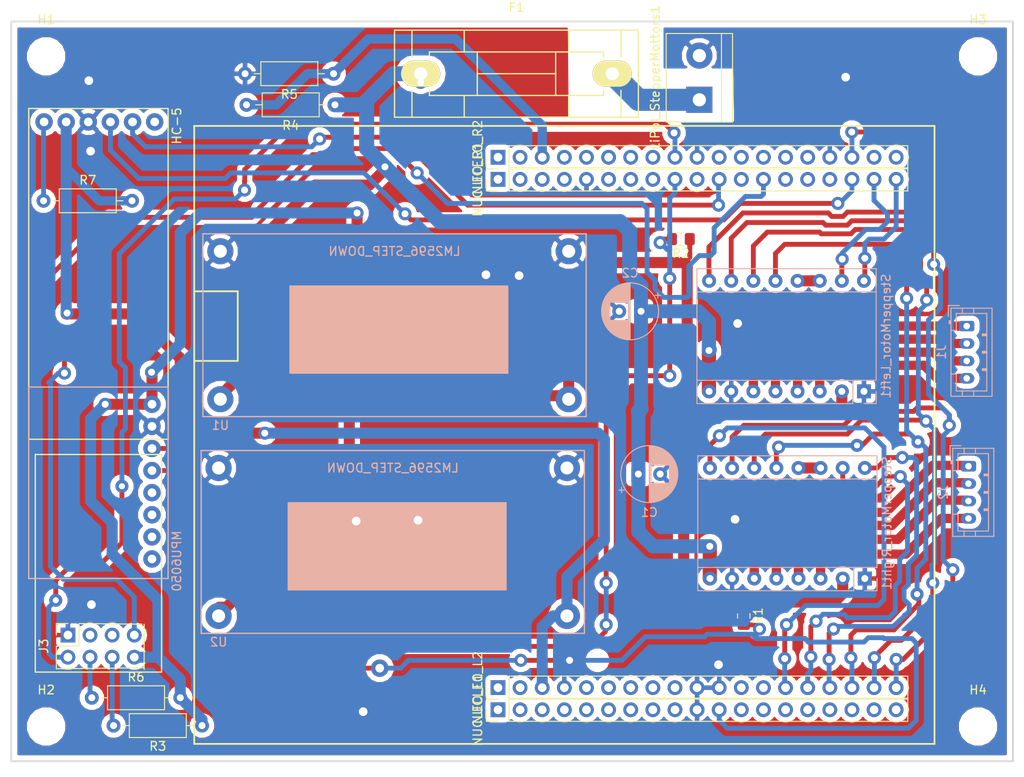
<source format=kicad_pcb>
(kicad_pcb (version 20171130) (host pcbnew "(5.0.1)-3")
  (layers (0 F.Cu signal) (31 B.Cu signal) (34 B.Paste user) (35 F.Paste user) (36 B.SilkS user) (37 F.SilkS user) (38 B.Mask user) (39 F.Mask user) (44 Edge.Cuts user))
  (net 0 "")
  (net 1 GND)
  (net 2 +3V3)
  (net 3 "Net-(J1-Pad4)")
  (net 4 "Net-(J1-Pad3)")
  (net 5 "Net-(J1-Pad2)")
  (net 6 "Net-(StepperMotor_Left1-Pad13)")
  (net 7 "Net-(J1-Pad1)")
  (net 8 VMOT)
  (net 9 "Net-(J2-Pad1)")
  (net 10 "Net-(StepperMotor_Right1-Pad13)")
  (net 11 "Net-(J2-Pad2)")
  (net 12 "Net-(J2-Pad3)")
  (net 13 "Net-(J2-Pad4)")
  (net 14 RST)
  (net 15 I2C1_SCL_MPU6050)
  (net 16 I2C1_SDA_MPU6050)
  (net 17 XDA)
  (net 18 XCL)
  (net 19 AD0)
  (net 20 INT)
  (net 21 STATE)
  (net 22 USART1_TX_HC05)
  (net 23 USART1_RX_HC05)
  (net 24 +5V)
  (net 25 IO0)
  (net 26 IO2)
  (net 27 PC8)
  (net 28 PC6)
  (net 29 U5V)
  (net 30 PA12)
  (net 31 PA11)
  (net 32 PB12)
  (net 33 PB2)
  (net 34 PB1)
  (net 35 PB15)
  (net 36 PB14)
  (net 37 PB13)
  (net 38 PC3)
  (net 39 PC2)
  (net 40 VBAT)
  (net 41 PD1)
  (net 42 PD0)
  (net 43 PC15)
  (net 44 PC14)
  (net 45 "Net-(NUCLEO_L1-Pad12)")
  (net 46 PA15)
  (net 47 PA14)
  (net 48 PA13)
  (net 49 BOOTO)
  (net 50 VDD)
  (net 51 PC12)
  (net 52 PC10)
  (net 53 PC11)
  (net 54 PD2)
  (net 55 IOREF)
  (net 56 RESET)
  (net 57 "Net-(NUCLEO_L2-Pad8)")
  (net 58 PB3)
  (net 59 PB5)
  (net 60 PB4)
  (net 61 PA8)
  (net 62 PC7)
  (net 63 PA7)
  (net 64 PA6)
  (net 65 "Net-(NUCLEO_R1-Pad6)")
  (net 66 AVDD)
  (net 67 PB9)
  (net 68 PB8)
  (net 69 PC9)
  (net 70 "Net-(F1-Pad2)")
  (net 71 VBAT_ADC)
  (net 72 ESP_RX)
  (net 73 ESP_TX)
  (net 74 SD_DIR2)
  (net 75 SD_STEP2)
  (net 76 MS3)
  (net 77 MS2)
  (net 78 MS1)
  (net 79 SD_EN2)
  (net 80 SD_EN1)
  (net 81 SD_STEP1)
  (net 82 SD_DIR1)
  (net 83 "Net-(NUCELO_R2-Pad5)")
  (net 84 "Net-(NUCELO_R2-Pad18)")
  (net 85 "Net-(NUCELO_R2-Pad19)")
  (net 86 "Net-(NUCLEO_L2-Pad5)")
  (net 87 "Net-(NUCLEO_L2-Pad13)")
  (net 88 "Net-(NUCLEO_L1-Pad6)")
  (net 89 "Net-(NUCLEO_L1-Pad5)")
  (net 90 "Net-(J3-Pad4)")
  (net 91 "Net-(HC-5-Pad6)")
  (net 92 "Net-(NUCLEO_L2-Pad9)")
  (net 93 "Net-(NUCLEO_L2-Pad12)")
  (module Resistor_THT:R_Axial_DIN0207_L6.3mm_D2.5mm_P10.16mm_Horizontal (layer F.Cu) (at 18.7 35.6)
    (fp_text reference R7 (at 5.08 -2.37) (layer F.SilkS))
    (fp_text value 0R)
    (pad 1 thru_hole circle (at 0 0) (size 1.6 1.6) (drill 0.8) (layers *.Cu *.Mask) (net 91 "Net-(HC-5-Pad6)"))
    (pad 2 thru_hole oval (at 10.16 0) (size 1.6 1.6) (drill 0.8) (layers *.Cu *.Mask) (net 24 +5V))
  )
  (module Resistor_THT:R_Axial_DIN0207_L6.3mm_D2.5mm_P10.16mm_Horizontal (layer F.Cu) (at 24.24 92.7)
    (fp_text reference R6 (at 5.08 -2.37) (layer F.SilkS))
    (fp_text value 10k)
    (pad 1 thru_hole circle (at 0 0) (size 1.6 1.6) (drill 0.8) (layers *.Cu *.Mask) (net 90 "Net-(J3-Pad4)"))
    (pad 2 thru_hole oval (at 10.16 0) (size 1.6 1.6) (drill 0.8) (layers *.Cu *.Mask) (net 2 +3V3))
  )
  (module biblioteki:ESP8266 (layer F.Cu) (at 25 76 90)
    (fp_text reference J3 (at -10.77 -6.27 90) (layer F.SilkS))
    (fp_text value Conn_02x04_Odd_Even)
    (pad 8 thru_hole oval (at -12.04 4.12 90) (size 1.7 1.7) (drill 1) (layers *.Cu *.Mask) (net 2 +3V3))
    (pad 7 thru_hole oval (at -9.5 4.12 90) (size 1.7 1.7) (drill 1) (layers *.Cu *.Mask) (net 72 ESP_RX))
    (pad 6 thru_hole oval (at -12.04 1.58 90) (size 1.7 1.7) (drill 1) (layers *.Cu *.Mask) (net 14 RST))
    (pad 5 thru_hole oval (at -9.5 1.58 90) (size 1.7 1.7) (drill 1) (layers *.Cu *.Mask) (net 25 IO0))
    (pad 4 thru_hole oval (at -12.04 -0.96 90) (size 1.7 1.7) (drill 1) (layers *.Cu *.Mask) (net 90 "Net-(J3-Pad4)"))
    (pad 3 thru_hole oval (at -9.5 -0.96 90) (size 1.7 1.7) (drill 1) (layers *.Cu *.Mask) (net 26 IO2))
    (pad 2 thru_hole oval (at -12.04 -3.5 90) (size 1.7 1.7) (drill 1) (layers *.Cu *.Mask) (net 73 ESP_TX))
    (pad 1 thru_hole rect (at -9.5 -3.5 90) (size 1.7 1.7) (drill 1) (layers *.Cu *.Mask) (net 1 GND))
  )
  (module biblioteki:HC-05 (layer F.Cu) (at 33 25 270)
    (fp_text reference HC-5 (at 2 -1 270) (layer F.SilkS))
    (fp_text value HC05)
    (pad 6 thru_hole circle (at 1.54 14.24 270) (size 2 2) (drill 1) (layers *.Cu *.Mask) (net 91 "Net-(HC-5-Pad6)"))
    (pad 5 thru_hole circle (at 1.54 11.7 270) (size 2 2) (drill 1) (layers *.Cu *.Mask) (net 24 +5V))
    (pad 4 thru_hole circle (at 1.54 9.16 270) (size 2 2) (drill 1) (layers *.Cu *.Mask) (net 1 GND))
    (pad 3 thru_hole circle (at 1.54 6.62 270) (size 2 2) (drill 1) (layers *.Cu *.Mask) (net 23 USART1_RX_HC05))
    (pad 2 thru_hole circle (at 1.54 4.08 270) (size 2 2) (drill 1) (layers *.Cu *.Mask) (net 22 USART1_TX_HC05))
    (pad 1 thru_hole circle (at 1.54 1.54 270) (size 2 2) (drill 1) (layers *.Cu *.Mask) (net 21 STATE))
  )
  (module biblioteki:LM2596 (layer B.Cu) (at 37 60.4)
    (fp_text reference U1 (at 2 1) (layer B.SilkS) (effects (justify mirror)))
    (fp_text value LM2596)
    (fp_text user LM2596_STEP_DOWN (at 22 -19) (layer B.SilkS) (effects (justify mirror)))
    (pad 1 thru_hole circle (at 2 -2) (size 3 3) (drill 1.5) (layers *.Cu *.Mask) (net 8 VMOT))
    (pad 2 thru_hole circle (at 2 -19) (size 3 3) (drill 1.5) (layers *.Cu *.Mask) (net 1 GND))
    (pad 3 thru_hole circle (at 42 -2) (size 3 3) (drill 1.5) (layers *.Cu *.Mask) (net 2 +3V3))
    (pad 4 thru_hole circle (at 42 -19) (size 3 3) (drill 1.5) (layers *.Cu *.Mask) (net 1 GND))
  )
  (module biblioteki:LM2596 (layer B.Cu) (at 36.8 85.3)
    (fp_text reference U2 (at 2 1) (layer B.SilkS) (effects (justify mirror)))
    (fp_text value LM2596)
    (fp_text user LM2596_STEP_DOWN (at 22 -19) (layer B.SilkS) (effects (justify mirror)))
    (pad 4 thru_hole circle (at 42 -19) (size 3 3) (drill 1.5) (layers *.Cu *.Mask) (net 1 GND))
    (pad 3 thru_hole circle (at 42 -2) (size 3 3) (drill 1.5) (layers *.Cu *.Mask) (net 24 +5V))
    (pad 2 thru_hole circle (at 2 -19) (size 3 3) (drill 1.5) (layers *.Cu *.Mask) (net 1 GND))
    (pad 1 thru_hole circle (at 2 -2) (size 3 3) (drill 1.5) (layers *.Cu *.Mask) (net 8 VMOT))
  )
  (module biblioteki:MPU6050 (layer B.Cu) (at 33 79 90)
    (fp_text reference MPU6050 (at 2 1 90) (layer B.SilkS) (effects (justify mirror)))
    (fp_text value Conn_01x08_Female)
    (pad 8 thru_hole circle (at 2.241217 -1.848056 90) (size 2 2) (drill 1) (layers *.Cu *.Mask) (net 20 INT))
    (pad 7 thru_hole circle (at 4.781217 -1.848056 90) (size 2 2) (drill 1) (layers *.Cu *.Mask) (net 19 AD0))
    (pad 6 thru_hole circle (at 7.321217 -1.848056 90) (size 2 2) (drill 1) (layers *.Cu *.Mask) (net 18 XCL))
    (pad 5 thru_hole circle (at 9.861217 -1.848056 90) (size 2 2) (drill 1) (layers *.Cu *.Mask) (net 17 XDA))
    (pad 4 thru_hole circle (at 12.401217 -1.848056 90) (size 2 2) (drill 1) (layers *.Cu *.Mask) (net 16 I2C1_SDA_MPU6050))
    (pad 3 thru_hole circle (at 14.941217 -1.848056 90) (size 2 2) (drill 1) (layers *.Cu *.Mask) (net 15 I2C1_SCL_MPU6050))
    (pad 2 thru_hole circle (at 17.481217 -1.848056 90) (size 2 2) (drill 1) (layers *.Cu *.Mask) (net 1 GND))
    (pad 1 thru_hole circle (at 20.021217 -1.848056 90) (size 2 2) (drill 1) (layers *.Cu *.Mask) (net 2 +3V3))
  )
  (module Resistor_SMD:R_0805_2012Metric_Pad1.15x1.40mm_HandSolder (layer F.Cu) (at 99.1 83.3 270)
    (fp_text reference R1 (at 0 -1.65 270) (layer F.SilkS))
    (fp_text value 3k3)
    (pad 2 smd roundrect (at 1.025 0 270) (size 1.15 1.4) (layers F.Cu F.Paste F.Mask) (roundrect_rratio 0.217391) (net 16 I2C1_SDA_MPU6050))
    (pad 1 smd roundrect (at -1.025 0 270) (size 1.15 1.4) (layers F.Cu F.Paste F.Mask) (roundrect_rratio 0.217391) (net 2 +3V3))
  )
  (module Resistor_SMD:R_0805_2012Metric_Pad1.15x1.40mm_HandSolder (layer F.Cu) (at 91.875 40 180)
    (fp_text reference R2 (at 0 -1.65 180) (layer F.SilkS))
    (fp_text value 3k3)
    (pad 1 smd roundrect (at -1.025 0 180) (size 1.15 1.4) (layers F.Cu F.Paste F.Mask) (roundrect_rratio 0.217391) (net 2 +3V3))
    (pad 2 smd roundrect (at 1.025 0 180) (size 1.15 1.4) (layers F.Cu F.Paste F.Mask) (roundrect_rratio 0.217391) (net 15 I2C1_SCL_MPU6050))
  )
  (module Resistor_THT:R_Axial_DIN0207_L6.3mm_D2.5mm_P10.16mm_Horizontal (layer F.Cu) (at 52.16 24.575001 180)
    (fp_text reference R4 (at 5.08 -2.37 180) (layer F.SilkS))
    (fp_text value 100k)
    (pad 2 thru_hole oval (at 10.16 0 180) (size 1.6 1.6) (drill 0.8) (layers *.Cu *.Mask) (net 71 VBAT_ADC))
    (pad 1 thru_hole circle (at 0 0 180) (size 1.6 1.6) (drill 0.8) (layers *.Cu *.Mask) (net 8 VMOT))
  )
  (module Resistor_THT:R_Axial_DIN0207_L6.3mm_D2.5mm_P10.16mm_Horizontal (layer F.Cu) (at 52 21 180)
    (fp_text reference R5 (at 5.08 -2.37 180) (layer F.SilkS))
    (fp_text value 56k)
    (pad 1 thru_hole circle (at 0 0 180) (size 1.6 1.6) (drill 0.8) (layers *.Cu *.Mask) (net 71 VBAT_ADC))
    (pad 2 thru_hole oval (at 10.16 0 180) (size 1.6 1.6) (drill 0.8) (layers *.Cu *.Mask) (net 1 GND))
  )
  (module Connector_JST:JST_PH_B4B-PH-K_1x04_P2.00mm_Vertical (layer B.Cu) (at 124.7 50 270)
    (fp_text reference J1 (at 3 2.9 270) (layer B.SilkS) (effects (justify mirror)))
    (fp_text value Conn_01x04_Male)
    (pad 1 thru_hole roundrect (at 0 0 270) (size 1.2 1.75) (drill 0.75) (layers *.Cu *.Mask) (roundrect_rratio 0.208333) (net 7 "Net-(J1-Pad1)"))
    (pad 2 thru_hole oval (at 2 0 270) (size 1.2 1.75) (drill 0.75) (layers *.Cu *.Mask) (net 5 "Net-(J1-Pad2)"))
    (pad 3 thru_hole oval (at 4 0 270) (size 1.2 1.75) (drill 0.75) (layers *.Cu *.Mask) (net 4 "Net-(J1-Pad3)"))
    (pad 4 thru_hole oval (at 6 0 270) (size 1.2 1.75) (drill 0.75) (layers *.Cu *.Mask) (net 3 "Net-(J1-Pad4)"))
  )
  (module Connector_JST:JST_PH_B4B-PH-K_1x04_P2.00mm_Vertical (layer B.Cu) (at 124.9 66.1 270)
    (fp_text reference J2 (at 3 2.9 270) (layer B.SilkS) (effects (justify mirror)))
    (fp_text value Conn_01x04_Male)
    (pad 1 thru_hole roundrect (at 0 0 270) (size 1.2 1.75) (drill 0.75) (layers *.Cu *.Mask) (roundrect_rratio 0.208333) (net 9 "Net-(J2-Pad1)"))
    (pad 2 thru_hole oval (at 2 0 270) (size 1.2 1.75) (drill 0.75) (layers *.Cu *.Mask) (net 11 "Net-(J2-Pad2)"))
    (pad 3 thru_hole oval (at 4 0 270) (size 1.2 1.75) (drill 0.75) (layers *.Cu *.Mask) (net 12 "Net-(J2-Pad3)"))
    (pad 4 thru_hole oval (at 6 0 270) (size 1.2 1.75) (drill 0.75) (layers *.Cu *.Mask) (net 13 "Net-(J2-Pad4)"))
  )
  (module MountingHole:MountingHole_3.2mm_M3 (layer F.Cu) (at 126 96)
    (fp_text reference H4 (at 0 -4.2) (layer F.SilkS))
    (fp_text value MountingHole)
    (pad 1 np_thru_hole circle (at 0 0) (size 3.2 3.2) (drill 3.2) (layers *.Cu *.Mask))
  )
  (module MountingHole:MountingHole_3.2mm_M3 (layer F.Cu) (at 126 19)
    (fp_text reference H3 (at 0 -4.2) (layer F.SilkS))
    (fp_text value MountingHole)
    (pad 1 np_thru_hole circle (at 0 0) (size 3.2 3.2) (drill 3.2) (layers *.Cu *.Mask))
  )
  (module MountingHole:MountingHole_3.2mm_M3 (layer F.Cu) (at 19 96)
    (fp_text reference H2 (at 0 -4.2) (layer F.SilkS))
    (fp_text value MountingHole)
    (pad 1 np_thru_hole circle (at 0 0) (size 3.2 3.2) (drill 3.2) (layers *.Cu *.Mask))
  )
  (module MountingHole:MountingHole_3.2mm_M3 (layer F.Cu) (at 19 19)
    (fp_text reference H1 (at 0 -4.2) (layer F.SilkS))
    (fp_text value MountingHole)
    (pad 1 np_thru_hole circle (at 0 0) (size 3.2 3.2) (drill 3.2) (layers *.Cu *.Mask))
  )
  (module TerminalBlock:TerminalBlock_bornier-2_P5.08mm (layer F.Cu) (at 94 24 90)
    (fp_text reference LiPol_StepperMottors1 (at 2.54 -5.08 90) (layer F.SilkS))
    (fp_text value Conn_01x02_Male)
    (pad 1 thru_hole rect (at 0 0 90) (size 3 3) (drill 1.52) (layers *.Cu *.Mask) (net 70 "Net-(F1-Pad2)"))
    (pad 2 thru_hole circle (at 5.08 0 90) (size 3 3) (drill 1.52) (layers *.Cu *.Mask) (net 1 GND))
  )
  (module ArturLib:BEZPIECZNIK_Fuseholder5x20_horiz_SemiClosed_Casing10x25mm (layer F.Cu) (at 73 21)
    (fp_text reference F1 (at 0 -7.62) (layer F.SilkS))
    (fp_text value 4A)
    (pad 2 thru_hole oval (at 11.00074 0 270) (size 3 4.5) (drill 1.50114) (layers *.Cu *.Mask F.SilkS) (net 70 "Net-(F1-Pad2)"))
    (pad 1 thru_hole oval (at -11.00074 0 270) (size 3 4.5) (drill 1.50114) (layers *.Cu *.Mask F.SilkS) (net 8 VMOT))
  )
  (module Capacitor_THT:CP_Radial_D6.3mm_P2.50mm (layer B.Cu) (at 87 67)
    (fp_text reference C1 (at 1.25 4.4) (layer B.SilkS) (effects (justify mirror)))
    (fp_text value 47u)
    (pad 2 thru_hole circle (at 2.5 0) (size 1.6 1.6) (drill 0.8) (layers *.Cu *.Mask) (net 1 GND))
    (pad 1 thru_hole rect (at 0 0) (size 1.6 1.6) (drill 0.8) (layers *.Cu *.Mask) (net 8 VMOT))
  )
  (module Capacitor_THT:CP_Radial_D6.3mm_P2.50mm (layer B.Cu) (at 87.3 48.3 180)
    (fp_text reference C2 (at 1.25 4.4 180) (layer B.SilkS) (effects (justify mirror)))
    (fp_text value 47u)
    (pad 1 thru_hole rect (at 0 0 180) (size 1.6 1.6) (drill 0.8) (layers *.Cu *.Mask) (net 8 VMOT))
    (pad 2 thru_hole circle (at 2.5 0 180) (size 1.6 1.6) (drill 0.8) (layers *.Cu *.Mask) (net 1 GND))
  )
  (module Connector_PinHeader_2.54mm:PinHeader_1x19_P2.54mm_Vertical (layer F.Cu) (at 70.88 33.14 90)
    (fp_text reference NUCLEO_R1 (at 0 -2.33 90) (layer F.SilkS))
    (fp_text value Conn_01x19_Female)
    (pad 19 thru_hole oval (at 0 45.72 90) (size 1.7 1.7) (drill 1) (layers *.Cu *.Mask) (net 82 SD_DIR1))
    (pad 18 thru_hole oval (at 0 43.18 90) (size 1.7 1.7) (drill 1) (layers *.Cu *.Mask) (net 81 SD_STEP1))
    (pad 17 thru_hole oval (at 0 40.64 90) (size 1.7 1.7) (drill 1) (layers *.Cu *.Mask) (net 23 USART1_RX_HC05))
    (pad 16 thru_hole oval (at 0 38.1 90) (size 1.7 1.7) (drill 1) (layers *.Cu *.Mask) (net 58 PB3))
    (pad 15 thru_hole oval (at 0 35.56 90) (size 1.7 1.7) (drill 1) (layers *.Cu *.Mask) (net 59 PB5))
    (pad 14 thru_hole oval (at 0 33.02 90) (size 1.7 1.7) (drill 1) (layers *.Cu *.Mask) (net 60 PB4))
    (pad 13 thru_hole oval (at 0 30.48 90) (size 1.7 1.7) (drill 1) (layers *.Cu *.Mask) (net 72 ESP_RX))
    (pad 12 thru_hole oval (at 0 27.94 90) (size 1.7 1.7) (drill 1) (layers *.Cu *.Mask) (net 61 PA8))
    (pad 11 thru_hole oval (at 0 25.4 90) (size 1.7 1.7) (drill 1) (layers *.Cu *.Mask) (net 22 USART1_TX_HC05))
    (pad 10 thru_hole oval (at 0 22.86 90) (size 1.7 1.7) (drill 1) (layers *.Cu *.Mask) (net 62 PC7))
    (pad 9 thru_hole oval (at 0 20.32 90) (size 1.7 1.7) (drill 1) (layers *.Cu *.Mask) (net 15 I2C1_SCL_MPU6050))
    (pad 8 thru_hole oval (at 0 17.78 90) (size 1.7 1.7) (drill 1) (layers *.Cu *.Mask) (net 63 PA7))
    (pad 7 thru_hole oval (at 0 15.24 90) (size 1.7 1.7) (drill 1) (layers *.Cu *.Mask) (net 64 PA6))
    (pad 6 thru_hole oval (at 0 12.7 90) (size 1.7 1.7) (drill 1) (layers *.Cu *.Mask) (net 65 "Net-(NUCLEO_R1-Pad6)"))
    (pad 5 thru_hole oval (at 0 10.16 90) (size 1.7 1.7) (drill 1) (layers *.Cu *.Mask) (net 1 GND))
    (pad 4 thru_hole oval (at 0 7.62 90) (size 1.7 1.7) (drill 1) (layers *.Cu *.Mask) (net 66 AVDD))
    (pad 3 thru_hole oval (at 0 5.08 90) (size 1.7 1.7) (drill 1) (layers *.Cu *.Mask) (net 67 PB9))
    (pad 2 thru_hole oval (at 0 2.54 90) (size 1.7 1.7) (drill 1) (layers *.Cu *.Mask) (net 68 PB8))
    (pad 1 thru_hole rect (at 0 0 90) (size 1.7 1.7) (drill 1) (layers *.Cu *.Mask) (net 69 PC9))
  )
  (module Connector_PinHeader_2.54mm:PinHeader_1x19_P2.54mm_Vertical (layer F.Cu) (at 70.88 91.54 90)
    (fp_text reference NUCLEO_L2 (at 0 -2.33 90) (layer F.SilkS))
    (fp_text value Conn_01x19_Female)
    (pad 1 thru_hole rect (at 0 0 90) (size 1.7 1.7) (drill 1) (layers *.Cu *.Mask) (net 53 PC11))
    (pad 2 thru_hole oval (at 0 2.54 90) (size 1.7 1.7) (drill 1) (layers *.Cu *.Mask) (net 54 PD2))
    (pad 3 thru_hole oval (at 0 5.08 90) (size 1.7 1.7) (drill 1) (layers *.Cu *.Mask) (net 24 +5V))
    (pad 4 thru_hole oval (at 0 7.62 90) (size 1.7 1.7) (drill 1) (layers *.Cu *.Mask) (net 1 GND))
    (pad 5 thru_hole oval (at 0 10.16 90) (size 1.7 1.7) (drill 1) (layers *.Cu *.Mask) (net 86 "Net-(NUCLEO_L2-Pad5)"))
    (pad 6 thru_hole oval (at 0 12.7 90) (size 1.7 1.7) (drill 1) (layers *.Cu *.Mask) (net 55 IOREF))
    (pad 7 thru_hole oval (at 0 15.24 90) (size 1.7 1.7) (drill 1) (layers *.Cu *.Mask) (net 56 RESET))
    (pad 8 thru_hole oval (at 0 17.78 90) (size 1.7 1.7) (drill 1) (layers *.Cu *.Mask) (net 57 "Net-(NUCLEO_L2-Pad8)"))
    (pad 9 thru_hole oval (at 0 20.32 90) (size 1.7 1.7) (drill 1) (layers *.Cu *.Mask) (net 92 "Net-(NUCLEO_L2-Pad9)"))
    (pad 10 thru_hole oval (at 0 22.86 90) (size 1.7 1.7) (drill 1) (layers *.Cu *.Mask) (net 1 GND))
    (pad 11 thru_hole oval (at 0 25.4 90) (size 1.7 1.7) (drill 1) (layers *.Cu *.Mask) (net 1 GND))
    (pad 12 thru_hole oval (at 0 27.94 90) (size 1.7 1.7) (drill 1) (layers *.Cu *.Mask) (net 93 "Net-(NUCLEO_L2-Pad12)"))
    (pad 13 thru_hole oval (at 0 30.48 90) (size 1.7 1.7) (drill 1) (layers *.Cu *.Mask) (net 87 "Net-(NUCLEO_L2-Pad13)"))
    (pad 14 thru_hole oval (at 0 33.02 90) (size 1.7 1.7) (drill 1) (layers *.Cu *.Mask) (net 79 SD_EN2))
    (pad 15 thru_hole oval (at 0 35.56 90) (size 1.7 1.7) (drill 1) (layers *.Cu *.Mask) (net 75 SD_STEP2))
    (pad 16 thru_hole oval (at 0 38.1 90) (size 1.7 1.7) (drill 1) (layers *.Cu *.Mask) (net 74 SD_DIR2))
    (pad 17 thru_hole oval (at 0 40.64 90) (size 1.7 1.7) (drill 1) (layers *.Cu *.Mask) (net 76 MS3))
    (pad 18 thru_hole oval (at 0 43.18 90) (size 1.7 1.7) (drill 1) (layers *.Cu *.Mask) (net 77 MS2))
    (pad 19 thru_hole oval (at 0 45.72 90) (size 1.7 1.7) (drill 1) (layers *.Cu *.Mask) (net 78 MS1))
  )
  (module Connector_PinHeader_2.54mm:PinHeader_1x19_P2.54mm_Vertical (layer F.Cu) (at 70.88 94.08 90)
    (fp_text reference NUCLEO_L1 (at 0 -2.33 90) (layer F.SilkS))
    (fp_text value Conn_01x19_Female)
    (pad 19 thru_hole oval (at 0 45.72 90) (size 1.7 1.7) (drill 1) (layers *.Cu *.Mask) (net 38 PC3))
    (pad 18 thru_hole oval (at 0 43.18 90) (size 1.7 1.7) (drill 1) (layers *.Cu *.Mask) (net 39 PC2))
    (pad 17 thru_hole oval (at 0 40.64 90) (size 1.7 1.7) (drill 1) (layers *.Cu *.Mask) (net 40 VBAT))
    (pad 16 thru_hole oval (at 0 38.1 90) (size 1.7 1.7) (drill 1) (layers *.Cu *.Mask) (net 41 PD1))
    (pad 15 thru_hole oval (at 0 35.56 90) (size 1.7 1.7) (drill 1) (layers *.Cu *.Mask) (net 42 PD0))
    (pad 14 thru_hole oval (at 0 33.02 90) (size 1.7 1.7) (drill 1) (layers *.Cu *.Mask) (net 43 PC15))
    (pad 13 thru_hole oval (at 0 30.48 90) (size 1.7 1.7) (drill 1) (layers *.Cu *.Mask) (net 44 PC14))
    (pad 12 thru_hole oval (at 0 27.94 90) (size 1.7 1.7) (drill 1) (layers *.Cu *.Mask) (net 45 "Net-(NUCLEO_L1-Pad12)"))
    (pad 11 thru_hole oval (at 0 25.4 90) (size 1.7 1.7) (drill 1) (layers *.Cu *.Mask) (net 16 I2C1_SDA_MPU6050))
    (pad 10 thru_hole oval (at 0 22.86 90) (size 1.7 1.7) (drill 1) (layers *.Cu *.Mask) (net 1 GND))
    (pad 9 thru_hole oval (at 0 20.32 90) (size 1.7 1.7) (drill 1) (layers *.Cu *.Mask) (net 46 PA15))
    (pad 8 thru_hole oval (at 0 17.78 90) (size 1.7 1.7) (drill 1) (layers *.Cu *.Mask) (net 47 PA14))
    (pad 7 thru_hole oval (at 0 15.24 90) (size 1.7 1.7) (drill 1) (layers *.Cu *.Mask) (net 48 PA13))
    (pad 6 thru_hole oval (at 0 12.7 90) (size 1.7 1.7) (drill 1) (layers *.Cu *.Mask) (net 88 "Net-(NUCLEO_L1-Pad6)"))
    (pad 5 thru_hole oval (at 0 10.16 90) (size 1.7 1.7) (drill 1) (layers *.Cu *.Mask) (net 89 "Net-(NUCLEO_L1-Pad5)"))
    (pad 4 thru_hole oval (at 0 7.62 90) (size 1.7 1.7) (drill 1) (layers *.Cu *.Mask) (net 49 BOOTO))
    (pad 3 thru_hole oval (at 0 5.08 90) (size 1.7 1.7) (drill 1) (layers *.Cu *.Mask) (net 50 VDD))
    (pad 2 thru_hole oval (at 0 2.54 90) (size 1.7 1.7) (drill 1) (layers *.Cu *.Mask) (net 51 PC12))
    (pad 1 thru_hole rect (at 0 0 90) (size 1.7 1.7) (drill 1) (layers *.Cu *.Mask) (net 52 PC10))
  )
  (module Connector_PinHeader_2.54mm:PinHeader_1x19_P2.54mm_Vertical (layer F.Cu) (at 70.88 30.6 90)
    (fp_text reference NUCELO_R2 (at 0 -2.33 90) (layer F.SilkS))
    (fp_text value Conn_01x19_Female)
    (pad 1 thru_hole rect (at 0 0 90) (size 1.7 1.7) (drill 1) (layers *.Cu *.Mask) (net 27 PC8))
    (pad 2 thru_hole oval (at 0 2.54 90) (size 1.7 1.7) (drill 1) (layers *.Cu *.Mask) (net 28 PC6))
    (pad 3 thru_hole oval (at 0 5.08 90) (size 1.7 1.7) (drill 1) (layers *.Cu *.Mask) (net 71 VBAT_ADC))
    (pad 4 thru_hole oval (at 0 7.62 90) (size 1.7 1.7) (drill 1) (layers *.Cu *.Mask) (net 29 U5V))
    (pad 5 thru_hole oval (at 0 10.16 90) (size 1.7 1.7) (drill 1) (layers *.Cu *.Mask) (net 83 "Net-(NUCELO_R2-Pad5)"))
    (pad 6 thru_hole oval (at 0 12.7 90) (size 1.7 1.7) (drill 1) (layers *.Cu *.Mask) (net 30 PA12))
    (pad 7 thru_hole oval (at 0 15.24 90) (size 1.7 1.7) (drill 1) (layers *.Cu *.Mask) (net 31 PA11))
    (pad 8 thru_hole oval (at 0 17.78 90) (size 1.7 1.7) (drill 1) (layers *.Cu *.Mask) (net 32 PB12))
    (pad 9 thru_hole oval (at 0 20.32 90) (size 1.7 1.7) (drill 1) (layers *.Cu *.Mask) (net 73 ESP_TX))
    (pad 10 thru_hole oval (at 0 22.86 90) (size 1.7 1.7) (drill 1) (layers *.Cu *.Mask) (net 1 GND))
    (pad 11 thru_hole oval (at 0 25.4 90) (size 1.7 1.7) (drill 1) (layers *.Cu *.Mask) (net 33 PB2))
    (pad 12 thru_hole oval (at 0 27.94 90) (size 1.7 1.7) (drill 1) (layers *.Cu *.Mask) (net 34 PB1))
    (pad 13 thru_hole oval (at 0 30.48 90) (size 1.7 1.7) (drill 1) (layers *.Cu *.Mask) (net 35 PB15))
    (pad 14 thru_hole oval (at 0 33.02 90) (size 1.7 1.7) (drill 1) (layers *.Cu *.Mask) (net 36 PB14))
    (pad 15 thru_hole oval (at 0 35.56 90) (size 1.7 1.7) (drill 1) (layers *.Cu *.Mask) (net 37 PB13))
    (pad 16 thru_hole oval (at 0 38.1 90) (size 1.7 1.7) (drill 1) (layers *.Cu *.Mask) (net 1 GND))
    (pad 17 thru_hole oval (at 0 40.64 90) (size 1.7 1.7) (drill 1) (layers *.Cu *.Mask) (net 80 SD_EN1))
    (pad 18 thru_hole oval (at 0 43.18 90) (size 1.7 1.7) (drill 1) (layers *.Cu *.Mask) (net 84 "Net-(NUCELO_R2-Pad18)"))
    (pad 19 thru_hole oval (at 0 45.72 90) (size 1.7 1.7) (drill 1) (layers *.Cu *.Mask) (net 85 "Net-(NUCELO_R2-Pad19)"))
  )
  (module Resistor_THT:R_Axial_DIN0207_L6.3mm_D2.5mm_P10.16mm_Horizontal (layer F.Cu) (at 36.9 95.9 180)
    (fp_text reference R3 (at 5.08 -2.37 180) (layer F.SilkS))
    (fp_text value 10k)
    (pad 1 thru_hole circle (at 0 0 180) (size 1.6 1.6) (drill 0.8) (layers *.Cu *.Mask) (net 2 +3V3))
    (pad 2 thru_hole oval (at 10.16 0 180) (size 1.6 1.6) (drill 0.8) (layers *.Cu *.Mask) (net 14 RST))
  )
  (module Module:Pololu_Breakout-16_15.2x20.3mm (layer B.Cu) (at 112.9 57.5 90)
    (fp_text reference StepperMotor_Left1 (at 6.35 2.54 90) (layer B.SilkS) (effects (justify mirror)))
    (fp_text value Pololu_Breakout_A4988)
    (pad 1 thru_hole rect (at 0 0 90) (size 1.6 1.6) (drill 0.8) (layers *.Cu *.Mask) (net 1 GND))
    (pad 9 thru_hole oval (at 12.7 -17.78 90) (size 1.6 1.6) (drill 0.8) (layers *.Cu *.Mask) (net 80 SD_EN1))
    (pad 2 thru_hole oval (at 0 -2.54 90) (size 1.6 1.6) (drill 0.8) (layers *.Cu *.Mask) (net 2 +3V3))
    (pad 10 thru_hole oval (at 12.7 -15.24 90) (size 1.6 1.6) (drill 0.8) (layers *.Cu *.Mask) (net 78 MS1))
    (pad 3 thru_hole oval (at 0 -5.08 90) (size 1.6 1.6) (drill 0.8) (layers *.Cu *.Mask) (net 3 "Net-(J1-Pad4)"))
    (pad 11 thru_hole oval (at 12.7 -12.7 90) (size 1.6 1.6) (drill 0.8) (layers *.Cu *.Mask) (net 77 MS2))
    (pad 4 thru_hole oval (at 0 -7.62 90) (size 1.6 1.6) (drill 0.8) (layers *.Cu *.Mask) (net 4 "Net-(J1-Pad3)"))
    (pad 12 thru_hole oval (at 12.7 -10.16 90) (size 1.6 1.6) (drill 0.8) (layers *.Cu *.Mask) (net 76 MS3))
    (pad 5 thru_hole oval (at 0 -10.16 90) (size 1.6 1.6) (drill 0.8) (layers *.Cu *.Mask) (net 5 "Net-(J1-Pad2)"))
    (pad 13 thru_hole oval (at 12.7 -7.62 90) (size 1.6 1.6) (drill 0.8) (layers *.Cu *.Mask) (net 6 "Net-(StepperMotor_Left1-Pad13)"))
    (pad 6 thru_hole oval (at 0 -12.7 90) (size 1.6 1.6) (drill 0.8) (layers *.Cu *.Mask) (net 7 "Net-(J1-Pad1)"))
    (pad 14 thru_hole oval (at 12.7 -5.08 90) (size 1.6 1.6) (drill 0.8) (layers *.Cu *.Mask) (net 6 "Net-(StepperMotor_Left1-Pad13)"))
    (pad 7 thru_hole oval (at 0 -15.24 90) (size 1.6 1.6) (drill 0.8) (layers *.Cu *.Mask) (net 1 GND))
    (pad 15 thru_hole oval (at 12.7 -2.54 90) (size 1.6 1.6) (drill 0.8) (layers *.Cu *.Mask) (net 81 SD_STEP1))
    (pad 8 thru_hole oval (at 0 -17.78 90) (size 1.6 1.6) (drill 0.8) (layers *.Cu *.Mask) (net 8 VMOT))
    (pad 16 thru_hole oval (at 12.7 0 90) (size 1.6 1.6) (drill 0.8) (layers *.Cu *.Mask) (net 82 SD_DIR1))
  )
  (module Module:Pololu_Breakout-16_15.2x20.3mm (layer B.Cu) (at 113 79 90)
    (fp_text reference StepperMotor_Right1 (at 6.35 2.54 90) (layer B.SilkS) (effects (justify mirror)))
    (fp_text value Pololu_Breakout_A4988)
    (pad 16 thru_hole oval (at 12.7 0 90) (size 1.6 1.6) (drill 0.8) (layers *.Cu *.Mask) (net 74 SD_DIR2))
    (pad 8 thru_hole oval (at 0 -17.78 90) (size 1.6 1.6) (drill 0.8) (layers *.Cu *.Mask) (net 8 VMOT))
    (pad 15 thru_hole oval (at 12.7 -2.54 90) (size 1.6 1.6) (drill 0.8) (layers *.Cu *.Mask) (net 75 SD_STEP2))
    (pad 7 thru_hole oval (at 0 -15.24 90) (size 1.6 1.6) (drill 0.8) (layers *.Cu *.Mask) (net 1 GND))
    (pad 14 thru_hole oval (at 12.7 -5.08 90) (size 1.6 1.6) (drill 0.8) (layers *.Cu *.Mask) (net 10 "Net-(StepperMotor_Right1-Pad13)"))
    (pad 6 thru_hole oval (at 0 -12.7 90) (size 1.6 1.6) (drill 0.8) (layers *.Cu *.Mask) (net 9 "Net-(J2-Pad1)"))
    (pad 13 thru_hole oval (at 12.7 -7.62 90) (size 1.6 1.6) (drill 0.8) (layers *.Cu *.Mask) (net 10 "Net-(StepperMotor_Right1-Pad13)"))
    (pad 5 thru_hole oval (at 0 -10.16 90) (size 1.6 1.6) (drill 0.8) (layers *.Cu *.Mask) (net 11 "Net-(J2-Pad2)"))
    (pad 12 thru_hole oval (at 12.7 -10.16 90) (size 1.6 1.6) (drill 0.8) (layers *.Cu *.Mask) (net 76 MS3))
    (pad 4 thru_hole oval (at 0 -7.62 90) (size 1.6 1.6) (drill 0.8) (layers *.Cu *.Mask) (net 12 "Net-(J2-Pad3)"))
    (pad 11 thru_hole oval (at 12.7 -12.7 90) (size 1.6 1.6) (drill 0.8) (layers *.Cu *.Mask) (net 77 MS2))
    (pad 3 thru_hole oval (at 0 -5.08 90) (size 1.6 1.6) (drill 0.8) (layers *.Cu *.Mask) (net 13 "Net-(J2-Pad4)"))
    (pad 10 thru_hole oval (at 12.7 -15.24 90) (size 1.6 1.6) (drill 0.8) (layers *.Cu *.Mask) (net 78 MS1))
    (pad 2 thru_hole oval (at 0 -2.54 90) (size 1.6 1.6) (drill 0.8) (layers *.Cu *.Mask) (net 2 +3V3))
    (pad 9 thru_hole oval (at 12.7 -17.78 90) (size 1.6 1.6) (drill 0.8) (layers *.Cu *.Mask) (net 79 SD_EN2))
    (pad 1 thru_hole rect (at 0 0 90) (size 1.6 1.6) (drill 0.8) (layers *.Cu *.Mask) (net 1 GND))
  )
  (gr_line (start 41 46) (end 36 46) (layer F.SilkS) (width 0.2))
  (gr_line (start 41 54) (end 41 46) (layer F.SilkS) (width 0.2))
  (gr_line (start 36 54) (end 41 54) (layer F.SilkS) (width 0.2))
  (gr_line (start 121 98) (end 121 27) (layer F.SilkS) (width 0.2))
  (gr_line (start 120 98) (end 121 98) (layer F.SilkS) (width 0.2))
  (gr_line (start 36 98) (end 120 98) (layer F.SilkS) (width 0.2))
  (gr_line (start 36 27) (end 36 98) (layer F.SilkS) (width 0.2))
  (gr_line (start 121 27) (end 36 27) (layer F.SilkS) (width 0.2))
  (gr_line (start 15 100) (end 15 15) (layer Edge.Cuts) (width 0.2))
  (gr_line (start 130 100) (end 15 100) (layer Edge.Cuts) (width 0.2))
  (gr_line (start 130 15) (end 130 100) (layer Edge.Cuts) (width 0.2))
  (gr_line (start 15 15) (end 130 15) (layer Edge.Cuts) (width 0.2))
  (via (at 24.2 82) (size 2) (drill 1) (layers F.Cu B.Cu) (net 0))
  (via (at 73.3 44.2) (size 2) (drill 1) (layers F.Cu B.Cu) (net 1))
  (via (at 69.5 44.1) (size 2) (drill 1) (layers F.Cu B.Cu) (net 1))
  (via (at 61.7 72.3) (size 2) (drill 1) (layers F.Cu B.Cu) (net 1))
  (via (at 54.6 72.4) (size 2) (drill 1) (layers F.Cu B.Cu) (net 1))
  (via (at 55.4 94.3) (size 2) (drill 1) (layers F.Cu B.Cu) (net 1))
  (via (at 23.9 21.8) (size 2) (drill 1) (layers F.Cu B.Cu) (net 1))
  (via (at 96.2 88.9) (size 2) (drill 1) (layers F.Cu B.Cu) (net 1))
  (via (at 98.1 72.2) (size 2) (drill 1) (layers F.Cu B.Cu) (net 1))
  (segment (start 98.2 72.2) (end 98.1 72.2) (width 0.5588) (layer B.Cu) (net 1))
  (via (at 110.8 21.4) (size 2) (drill 1) (layers F.Cu B.Cu) (net 1))
  (via (at 98.4 49.7) (size 2) (drill 1) (layers F.Cu B.Cu) (net 1))
  (via (at 24.1 29.9) (size 2) (drill 1) (layers F.Cu B.Cu) (net 1))
  (via (at 54.7 37) (size 1.5) (drill 0.8) (layers F.Cu B.Cu) (net 2))
  (segment (start 34.4 39.3) (end 36.7 37) (width 1.27) (layer B.Cu) (net 2))
  (segment (start 36.7 37) (end 54.7 37) (width 1.27) (layer B.Cu) (net 2))
  (segment (start 54.7 37) (end 54.7 39.6) (width 1.27) (layer F.Cu) (net 2))
  (segment (start 73.1 58) (end 79 58) (width 1.27) (layer F.Cu) (net 2))
  (segment (start 54.7 39.6) (end 73.1 58) (width 1.27) (layer F.Cu) (net 2))
  (segment (start 79 58) (end 79.4 58) (width 1.27) (layer F.Cu) (net 2))
  (segment (start 92.8 81) (end 93.5 81.7) (width 1.27) (layer F.Cu) (net 2))
  (segment (start 93.5 81.7) (end 109.5 81.7) (width 1.27) (layer F.Cu) (net 2))
  (via (at 25.778783 58.978783) (size 1.5) (drill 0.8) (layers F.Cu B.Cu) (net 2))
  (segment (start 25.778783 58.978783) (end 31.151944 58.978783) (width 1.27) (layer F.Cu) (net 2))
  (via (at 31.1 55.3) (size 1.5) (drill 0.8) (layers F.Cu B.Cu) (net 2))
  (segment (start 31.151944 58.978783) (end 31.151944 55.351944) (width 1.27) (layer F.Cu) (net 2))
  (segment (start 31.151944 55.351944) (end 31.1 55.3) (width 1.27) (layer F.Cu) (net 2))
  (segment (start 34.4 52) (end 34.4 51.8) (width 1.27) (layer B.Cu) (net 2))
  (segment (start 31.1 55.3) (end 34.4 52) (width 1.27) (layer B.Cu) (net 2))
  (segment (start 110.46 80.74) (end 109.5 81.7) (width 1.27) (layer F.Cu) (net 2))
  (segment (start 110.46 79) (end 110.46 80.74) (width 1.27) (layer F.Cu) (net 2))
  (segment (start 92.8 81) (end 92.8 80.1) (width 1.27) (layer F.Cu) (net 2))
  (segment (start 92.8 80.1) (end 92.2 79.5) (width 1.27) (layer F.Cu) (net 2))
  (segment (start 92.2 79.5) (end 92.2 70) (width 1.27) (layer F.Cu) (net 2))
  (segment (start 92.2 70) (end 92.6 69.6) (width 1.27) (layer F.Cu) (net 2))
  (segment (start 110.36 57.5) (end 110.36 59.04) (width 1.27) (layer F.Cu) (net 2))
  (segment (start 110.36 59.04) (end 109.4 60) (width 1.27) (layer F.Cu) (net 2))
  (segment (start 92.9 60) (end 92.6 59.7) (width 1.27) (layer F.Cu) (net 2))
  (segment (start 109.4 60) (end 92.9 60) (width 1.27) (layer F.Cu) (net 2))
  (segment (start 92.6 69.6) (end 92.6 59.7) (width 1.27) (layer F.Cu) (net 2))
  (segment (start 92.6 59.7) (end 92.6 55.6) (width 1.27) (layer F.Cu) (net 2))
  (segment (start 92.3 42.7) (end 92.6 43) (width 1.27) (layer F.Cu) (net 2))
  (segment (start 82.5 42.7) (end 92.3 42.7) (width 1.27) (layer F.Cu) (net 2))
  (segment (start 79 46.2) (end 82.5 42.7) (width 1.27) (layer F.Cu) (net 2))
  (segment (start 79 58) (end 79 46.2) (width 1.27) (layer F.Cu) (net 2))
  (segment (start 92.6 43) (end 92.6 55.2) (width 1.27) (layer F.Cu) (net 2))
  (segment (start 92.9 42.1) (end 92.3 42.7) (width 0.5588) (layer F.Cu) (net 2))
  (segment (start 92.9 40) (end 92.9 42.1) (width 0.5588) (layer F.Cu) (net 2))
  (segment (start 29.12 88.04) (end 31.84 88.04) (width 1.27) (layer B.Cu) (net 2))
  (segment (start 34.4 90.6) (end 34.4 92.7) (width 1.27) (layer B.Cu) (net 2))
  (segment (start 31.84 88.04) (end 34.4 90.6) (width 1.27) (layer B.Cu) (net 2))
  (segment (start 36.9 95.2) (end 34.4 92.7) (width 1.27) (layer B.Cu) (net 2))
  (segment (start 36.9 95.9) (end 36.9 95.2) (width 1.27) (layer B.Cu) (net 2))
  (segment (start 31.84 81.44) (end 31.84 88.04) (width 1.27) (layer B.Cu) (net 2))
  (segment (start 26.58 76.18) (end 31.84 81.44) (width 1.27) (layer B.Cu) (net 2))
  (segment (start 26.58 72.58) (end 26.58 76.18) (width 1.27) (layer B.Cu) (net 2))
  (segment (start 24.1 70.1) (end 26.58 72.58) (width 1.27) (layer B.Cu) (net 2))
  (segment (start 25.778783 58.978783) (end 24.1 60.657566) (width 1.27) (layer B.Cu) (net 2))
  (segment (start 24.1 60.657566) (end 24.1 70.1) (width 1.27) (layer B.Cu) (net 2))
  (segment (start 34.4 51.8) (end 34.4 39.3) (width 1.27) (layer B.Cu) (net 2))
  (segment (start 107.82 55.98) (end 107.82 57.5) (width 1.0668) (layer F.Cu) (net 3))
  (segment (start 109.3 54.5) (end 107.82 55.98) (width 1.0668) (layer F.Cu) (net 3))
  (segment (start 119.8 54.5) (end 109.3 54.5) (width 1.0668) (layer F.Cu) (net 3))
  (segment (start 124.7 56) (end 121.3 56) (width 1.0668) (layer F.Cu) (net 3))
  (segment (start 121.3 56) (end 119.8 54.5) (width 1.0668) (layer F.Cu) (net 3))
  (segment (start 124.6 53.9) (end 124.7 54) (width 1.0668) (layer F.Cu) (net 4))
  (segment (start 121.9 54) (end 124.7 54) (width 1.0668) (layer F.Cu) (net 4))
  (segment (start 120.9 53) (end 121.9 54) (width 1.0668) (layer F.Cu) (net 4))
  (segment (start 106.76681 53) (end 120.9 53) (width 1.0668) (layer F.Cu) (net 4))
  (segment (start 105.28 57.5) (end 105.28 54.48681) (width 1.0668) (layer F.Cu) (net 4))
  (segment (start 105.28 54.48681) (end 106.76681 53) (width 1.0668) (layer F.Cu) (net 4))
  (segment (start 102.74 57.5) (end 102.74 53.76) (width 1.0668) (layer F.Cu) (net 5))
  (segment (start 102.74 53.76) (end 105 51.5) (width 1.0668) (layer F.Cu) (net 5))
  (segment (start 105 51.5) (end 121.6 51.5) (width 1.0668) (layer F.Cu) (net 5))
  (segment (start 122.1 52) (end 124.7 52) (width 1.0668) (layer F.Cu) (net 5))
  (segment (start 121.6 51.5) (end 122.1 52) (width 1.0668) (layer F.Cu) (net 5))
  (segment (start 105.28 44.8) (end 107.82 44.8) (width 1.27) (layer F.Cu) (net 6))
  (segment (start 124.7 50) (end 104.2 50) (width 1.0668) (layer F.Cu) (net 7))
  (segment (start 100.2 54) (end 100.2 57.5) (width 1.0668) (layer F.Cu) (net 7))
  (segment (start 104.2 50) (end 100.2 54) (width 1.0668) (layer F.Cu) (net 7))
  (segment (start 55.8 29.6) (end 55.8 29.2) (width 1.7272) (layer B.Cu) (net 8))
  (segment (start 84.9 38) (end 64.2 38) (width 1.7272) (layer B.Cu) (net 8))
  (segment (start 86 39.1) (end 84.9 38) (width 1.7272) (layer B.Cu) (net 8))
  (segment (start 55.8 29.6) (end 55.8 24.1) (width 1.7272) (layer B.Cu) (net 8))
  (segment (start 58.9 21) (end 61.99926 21) (width 1.7272) (layer B.Cu) (net 8))
  (segment (start 55.8 24.1) (end 58.9 21) (width 1.7272) (layer B.Cu) (net 8))
  (segment (start 55.324999 24.575001) (end 55.8 24.1) (width 1.7272) (layer B.Cu) (net 8))
  (segment (start 52.16 24.575001) (end 55.324999 24.575001) (width 1.7272) (layer B.Cu) (net 8))
  (via (at 57.9 31.7) (size 1.5) (drill 0.8) (layers F.Cu B.Cu) (net 8))
  (segment (start 57.9 31.7) (end 55.8 29.6) (width 1.7272) (layer B.Cu) (net 8))
  (segment (start 64.2 38) (end 57.9 31.7) (width 1.7272) (layer B.Cu) (net 8))
  (segment (start 57.9 31.7) (end 57.9 32) (width 1.27) (layer F.Cu) (net 8))
  (segment (start 57.9 32) (end 56.1 33.8) (width 1.27) (layer F.Cu) (net 8))
  (segment (start 56.1 33.8) (end 49.9 33.8) (width 1.27) (layer F.Cu) (net 8))
  (segment (start 49.9 33.8) (end 43.5 40.2) (width 1.27) (layer F.Cu) (net 8))
  (segment (start 43.5 53.5) (end 39 58) (width 1.27) (layer F.Cu) (net 8))
  (segment (start 43.5 40.2) (end 43.5 53.5) (width 1.27) (layer F.Cu) (net 8))
  (segment (start 49.2 53.5) (end 43.5 53.5) (width 1.27) (layer F.Cu) (net 8))
  (segment (start 53.8 58.1) (end 49.2 53.5) (width 1.27) (layer F.Cu) (net 8))
  (segment (start 53.8 68.2) (end 53.8 58.1) (width 1.27) (layer F.Cu) (net 8))
  (segment (start 38.9 82.3) (end 39.7 82.3) (width 1.27) (layer F.Cu) (net 8))
  (segment (start 39.7 82.3) (end 53.8 68.2) (width 1.27) (layer F.Cu) (net 8))
  (segment (start 86 39.1) (end 86 44.1) (width 1.7272) (layer B.Cu) (net 8))
  (segment (start 87.3 45.4) (end 87.3 48.3) (width 1.6) (layer B.Cu) (net 8))
  (segment (start 86 44.1) (end 87.3 45.4) (width 1.7272) (layer B.Cu) (net 8))
  (segment (start 87.3 48.3) (end 87.3 59.5) (width 1.6) (layer B.Cu) (net 8))
  (segment (start 87 59.8) (end 87 67.8) (width 1.6) (layer B.Cu) (net 8))
  (segment (start 87.3 59.5) (end 87 59.8) (width 1.7272) (layer B.Cu) (net 8))
  (segment (start 87 73) (end 87 67.8) (width 1.6) (layer B.Cu) (net 8))
  (segment (start 87 67.8) (end 87 67) (width 1.6) (layer B.Cu) (net 8))
  (segment (start 87 73) (end 87 73.5) (width 1.6256) (layer B.Cu) (net 8))
  (segment (start 87 73) (end 87 73.6) (width 1.6256) (layer B.Cu) (net 8))
  (via (at 95.2 75.3) (size 1.5) (drill 0.8) (layers F.Cu B.Cu) (net 8))
  (segment (start 87 73.6) (end 88.7 75.3) (width 1.6256) (layer B.Cu) (net 8))
  (segment (start 88.7 75.3) (end 95.2 75.3) (width 1.6256) (layer B.Cu) (net 8))
  (segment (start 95.2 78.98) (end 95.22 79) (width 1.6256) (layer F.Cu) (net 8))
  (segment (start 95.2 75.3) (end 95.2 78.98) (width 1.6256) (layer F.Cu) (net 8))
  (via (at 95.1 52.8) (size 1.5) (drill 0.8) (layers F.Cu B.Cu) (net 8))
  (segment (start 95.1 57.48) (end 95.12 57.5) (width 1.6256) (layer F.Cu) (net 8))
  (segment (start 95.1 52.8) (end 95.1 57.48) (width 1.6256) (layer F.Cu) (net 8))
  (segment (start 95.2 52.7) (end 95.1 52.8) (width 1.6256) (layer B.Cu) (net 8))
  (segment (start 87.3 48.3) (end 93.9 48.3) (width 1.6) (layer B.Cu) (net 8))
  (segment (start 95.1 49.5) (end 95.1 52.8) (width 1.6256) (layer B.Cu) (net 8))
  (segment (start 93.9 48.3) (end 95.1 49.5) (width 1.6256) (layer B.Cu) (net 8))
  (via (at 62 22) (size 1.5) (drill 0.8) (layers F.Cu B.Cu) (net 8))
  (segment (start 100.3 78.3) (end 100.3 79) (width 1.0668) (layer F.Cu) (net 9))
  (segment (start 124.8 66) (end 120.8 66) (width 1.0668) (layer F.Cu) (net 9))
  (segment (start 124.9 66.1) (end 124.8 66) (width 1.0668) (layer F.Cu) (net 9))
  (segment (start 120.8 66) (end 115.4 71.4) (width 1.0668) (layer F.Cu) (net 9))
  (segment (start 105.5 71.4) (end 100.3 76.6) (width 1.0668) (layer F.Cu) (net 9))
  (segment (start 115.4 71.4) (end 105.5 71.4) (width 1.0668) (layer F.Cu) (net 9))
  (segment (start 100.3 76.6) (end 100.3 78.3) (width 1.0668) (layer F.Cu) (net 9))
  (segment (start 105.38 66.3) (end 107.92 66.3) (width 1.27) (layer F.Cu) (net 10))
  (segment (start 102.84 76.36) (end 102.84 79) (width 1.0668) (layer F.Cu) (net 11))
  (segment (start 106.3 72.9) (end 102.84 76.36) (width 1.0668) (layer F.Cu) (net 11))
  (segment (start 116.1 72.9) (end 106.3 72.9) (width 1.0668) (layer F.Cu) (net 11))
  (segment (start 121 68) (end 116.1 72.9) (width 1.0668) (layer F.Cu) (net 11))
  (segment (start 124.9 68.1) (end 124.8 68) (width 1.0668) (layer F.Cu) (net 11))
  (segment (start 124.8 68) (end 121 68) (width 1.0668) (layer F.Cu) (net 11))
  (segment (start 105.38 76.22) (end 105.38 79) (width 1.0668) (layer F.Cu) (net 12))
  (segment (start 107.1 74.5) (end 105.38 76.22) (width 1.0668) (layer F.Cu) (net 12))
  (segment (start 116.8 74.5) (end 107.1 74.5) (width 1.0668) (layer F.Cu) (net 12))
  (segment (start 121.3 70) (end 116.8 74.5) (width 1.0668) (layer F.Cu) (net 12))
  (segment (start 124.9 70.1) (end 124.8 70) (width 1.0668) (layer F.Cu) (net 12))
  (segment (start 124.8 70) (end 121.3 70) (width 1.0668) (layer F.Cu) (net 12))
  (segment (start 124.8 72) (end 124.9 72.1) (width 1.0668) (layer F.Cu) (net 13))
  (segment (start 124.9 72.1) (end 121.8 72.1) (width 1.0668) (layer F.Cu) (net 13))
  (segment (start 121.8 72.1) (end 117.7 76.2) (width 1.0668) (layer F.Cu) (net 13))
  (segment (start 117.7 76.2) (end 108.4 76.2) (width 1.0668) (layer F.Cu) (net 13))
  (segment (start 107.92 76.68) (end 107.92 79) (width 1.0668) (layer F.Cu) (net 13))
  (segment (start 108.4 76.2) (end 107.92 76.68) (width 1.0668) (layer F.Cu) (net 13))
  (segment (start 26.58 95.74) (end 26.74 95.9) (width 0.5588) (layer B.Cu) (net 14))
  (segment (start 26.58 88.04) (end 26.58 95.74) (width 0.5588) (layer B.Cu) (net 14))
  (via (at 90.6 55.7) (size 1.5) (drill 0.8) (layers F.Cu B.Cu) (net 15))
  (segment (start 31.193161 64.1) (end 31.151944 64.058783) (width 0.5588) (layer B.Cu) (net 15))
  (via (at 83.3 84.3) (size 1.5) (drill 0.8) (layers F.Cu B.Cu) (net 15))
  (via (at 83.3 79.5) (size 1.5) (drill 0.8) (layers F.Cu B.Cu) (net 15))
  (segment (start 83.3 84.3) (end 83.3 79.5) (width 0.5588) (layer B.Cu) (net 15))
  (segment (start 85.8 55.7) (end 90.6 55.7) (width 0.5588) (layer F.Cu) (net 15))
  (segment (start 83.3 79.5) (end 83.3 58.2) (width 0.5588) (layer F.Cu) (net 15))
  (segment (start 83.3 58.2) (end 85.8 55.7) (width 0.5588) (layer F.Cu) (net 15))
  (segment (start 90.6 44.5) (end 90.6 41.2) (width 0.5588) (layer B.Cu) (net 15))
  (via (at 90.6 44.5) (size 1.5) (drill 0.8) (layers F.Cu B.Cu) (net 15))
  (segment (start 90.6 55.7) (end 90.6 44.5) (width 0.5588) (layer F.Cu) (net 15))
  (segment (start 91.2 33.14) (end 91.2 34.7) (width 0.5588) (layer B.Cu) (net 15))
  (segment (start 90.6 35.3) (end 90.6 41.2) (width 0.5588) (layer B.Cu) (net 15))
  (segment (start 91.2 34.7) (end 90.6 35.3) (width 0.5588) (layer B.Cu) (net 15))
  (via (at 89.5 40.4) (size 1.5) (drill 0.8) (layers F.Cu B.Cu) (net 15))
  (segment (start 90.85 40) (end 89.9 40) (width 0.5588) (layer F.Cu) (net 15))
  (segment (start 89.9 40) (end 89.5 40.4) (width 0.5588) (layer F.Cu) (net 15))
  (segment (start 90.3 41.2) (end 90.6 41.2) (width 0.5588) (layer B.Cu) (net 15))
  (segment (start 89.5 40.4) (end 90.3 41.2) (width 0.5588) (layer B.Cu) (net 15))
  (segment (start 83.2 84.4) (end 83.3 84.3) (width 0.5588) (layer F.Cu) (net 15))
  (segment (start 83.2 85.1) (end 83.2 84.4) (width 0.5588) (layer F.Cu) (net 15))
  (segment (start 34.258783 64.058783) (end 35.2 65) (width 0.5588) (layer F.Cu) (net 15))
  (segment (start 31.151944 64.058783) (end 34.258783 64.058783) (width 0.5588) (layer F.Cu) (net 15))
  (segment (start 35.2 65) (end 35.2 86.3) (width 0.5588) (layer F.Cu) (net 15))
  (segment (start 35.2 86.3) (end 35.7 86.8) (width 0.5588) (layer F.Cu) (net 15))
  (segment (start 35.7 86.8) (end 81.5 86.8) (width 0.5588) (layer F.Cu) (net 15))
  (segment (start 81.5 86.8) (end 83.2 85.1) (width 0.5588) (layer F.Cu) (net 15))
  (segment (start 100.34 85.7) (end 100.54 85.9) (width 0.5588) (layer B.Cu) (net 16))
  (via (at 100.9 84.8) (size 1.5) (drill 0.8) (layers F.Cu B.Cu) (net 16))
  (segment (start 100.54 85.9) (end 100.54 85.16) (width 0.5588) (layer B.Cu) (net 16))
  (segment (start 100.54 85.16) (end 100.9 84.8) (width 0.5588) (layer B.Cu) (net 16))
  (segment (start 100.425 84.325) (end 99.1 84.325) (width 0.5588) (layer F.Cu) (net 16))
  (segment (start 100.9 84.8) (end 100.425 84.325) (width 0.5588) (layer F.Cu) (net 16))
  (segment (start 118.9 95.3) (end 118.9 90.1) (width 0.5588) (layer B.Cu) (net 16))
  (segment (start 100.54 85.9) (end 106.1 85.9) (width 0.5588) (layer B.Cu) (net 16))
  (segment (start 96.28 95.28) (end 97.2 96.2) (width 0.5588) (layer B.Cu) (net 16))
  (segment (start 106.1 85.9) (end 106.2 85.9) (width 0.5588) (layer B.Cu) (net 16))
  (segment (start 118 96.2) (end 118.9 95.3) (width 0.5588) (layer B.Cu) (net 16))
  (segment (start 97.2 96.2) (end 118 96.2) (width 0.5588) (layer B.Cu) (net 16))
  (segment (start 96.28 94.08) (end 96.28 95.28) (width 0.5588) (layer B.Cu) (net 16))
  (segment (start 118.9 86.4) (end 118.9 88.6) (width 0.5588) (layer B.Cu) (net 16))
  (segment (start 118.4 85.9) (end 118.9 86.4) (width 0.5588) (layer B.Cu) (net 16))
  (segment (start 118.9 88.3) (end 118.9 88.6) (width 0.5588) (layer B.Cu) (net 16))
  (segment (start 118.4 85.9) (end 115.2 85.9) (width 0.5588) (layer B.Cu) (net 16))
  (segment (start 115.2 85.9) (end 115.1 85.8) (width 0.5588) (layer B.Cu) (net 16))
  (segment (start 115.1 85.8) (end 113.4 85.8) (width 0.5588) (layer B.Cu) (net 16))
  (segment (start 113.4 85.8) (end 112.9 86.3) (width 0.5588) (layer B.Cu) (net 16))
  (segment (start 106.5 86.3) (end 106.1 85.9) (width 0.5588) (layer B.Cu) (net 16))
  (segment (start 112.9 86.3) (end 106.5 86.3) (width 0.5588) (layer B.Cu) (net 16))
  (segment (start 33.498783 66.598783) (end 31.151944 66.598783) (width 0.5588) (layer F.Cu) (net 16))
  (segment (start 34.1 67.2) (end 33.498783 66.598783) (width 0.5588) (layer F.Cu) (net 16))
  (segment (start 34 84.5) (end 34.1 67.2) (width 0.5588) (layer F.Cu) (net 16))
  (segment (start 34 86.7) (end 34 84.5) (width 0.5588) (layer F.Cu) (net 16))
  (segment (start 35.7 88.4) (end 34 86.7) (width 0.5588) (layer F.Cu) (net 16))
  (segment (start 35.7 88.4) (end 54.4 88.4) (width 0.5588) (layer F.Cu) (net 16))
  (segment (start 54.4 88.4) (end 55.3 89.3) (width 0.5588) (layer F.Cu) (net 16))
  (segment (start 55.3 89.3) (end 57.3 89.3) (width 0.5588) (layer F.Cu) (net 16))
  (via (at 57.3 89.3) (size 2) (drill 1) (layers F.Cu B.Cu) (net 16))
  (segment (start 57.3 89.3) (end 59.7 89.3) (width 0.5588) (layer B.Cu) (net 16))
  (segment (start 59.7 89.3) (end 60.6 88.4) (width 0.5588) (layer B.Cu) (net 16))
  (via (at 73.5 88.4) (size 1.5) (drill 0.8) (layers F.Cu B.Cu) (net 16))
  (segment (start 60.6 88.4) (end 73.5 88.4) (width 0.5588) (layer B.Cu) (net 16))
  (segment (start 118.9 88.6) (end 118.9 90.1) (width 0.5588) (layer B.Cu) (net 16))
  (segment (start 94.6 85.7) (end 94.9 85.4) (width 0.5588) (layer B.Cu) (net 16))
  (segment (start 87.8 85.7) (end 94.6 85.7) (width 0.5588) (layer B.Cu) (net 16))
  (segment (start 85.1 88.4) (end 87.8 85.7) (width 0.5588) (layer B.Cu) (net 16))
  (via (at 79.1 88.4) (size 1.5) (drill 0.8) (layers F.Cu B.Cu) (net 16))
  (segment (start 79.1 88.4) (end 85.1 88.4) (width 0.5588) (layer B.Cu) (net 16))
  (segment (start 73.5 88.4) (end 79.1 88.4) (width 0.5588) (layer F.Cu) (net 16))
  (segment (start 94.9 85.4) (end 100.04 85.4) (width 0.5588) (layer B.Cu) (net 16))
  (segment (start 100.04 85.4) (end 100.54 85.9) (width 0.5588) (layer B.Cu) (net 16))
  (segment (start 28.92 26.54) (end 28.92 27.92) (width 0.5588) (layer B.Cu) (net 22))
  (segment (start 28.92 27.92) (end 30.4 29.4) (width 0.5588) (layer B.Cu) (net 22))
  (via (at 50.4 28.5) (size 1.5) (drill 0.8) (layers F.Cu B.Cu) (net 22))
  (segment (start 30.4 29.4) (end 49.5 29.4) (width 0.5588) (layer B.Cu) (net 22))
  (segment (start 49.5 29.4) (end 50.4 28.5) (width 0.5588) (layer B.Cu) (net 22))
  (segment (start 50.4 28.5) (end 50.6 28.3) (width 0.5588) (layer F.Cu) (net 22))
  (segment (start 50.6 28.3) (end 59.6 28.3) (width 0.5588) (layer F.Cu) (net 22))
  (via (at 96.2 36.1) (size 1.5) (drill 0.8) (layers F.Cu B.Cu) (net 22))
  (segment (start 59.6 28.3) (end 67.4 36.1) (width 0.5588) (layer F.Cu) (net 22))
  (segment (start 67.4 36.1) (end 96.2 36.1) (width 0.5588) (layer F.Cu) (net 22))
  (segment (start 96.2 33.22) (end 96.28 33.14) (width 0.5588) (layer B.Cu) (net 22))
  (segment (start 96.2 36.1) (end 96.2 33.22) (width 0.5588) (layer B.Cu) (net 22))
  (via (at 60.2 37.1) (size 1.5) (drill 0.8) (layers F.Cu B.Cu) (net 23))
  (via (at 109.9 35.9) (size 1.5) (drill 0.8) (layers F.Cu B.Cu) (net 23))
  (segment (start 60.9 37.8) (end 60.2 37.1) (width 0.5588) (layer F.Cu) (net 23))
  (segment (start 60.9 37.8) (end 96.8 37.8) (width 0.5588) (layer F.Cu) (net 23))
  (segment (start 26.38 29.78) (end 26.38 26.54) (width 0.5588) (layer B.Cu) (net 23))
  (segment (start 29.640599 33.040599) (end 26.38 29.78) (width 0.5588) (layer B.Cu) (net 23))
  (segment (start 60.2 37.1) (end 56.140599 33.040599) (width 0.5588) (layer B.Cu) (net 23))
  (segment (start 29.640599 33.040599) (end 39.559401 33.040599) (width 0.5588) (layer B.Cu) (net 23))
  (segment (start 39.559401 33.040599) (end 40.2 32.4) (width 0.5588) (layer B.Cu) (net 23))
  (segment (start 40.2 32.4) (end 55.5 32.4) (width 0.5588) (layer B.Cu) (net 23))
  (segment (start 109.9 35.9) (end 110.1 35.9) (width 0.5588) (layer B.Cu) (net 23))
  (segment (start 111.52 34.48) (end 111.52 33.14) (width 0.5588) (layer B.Cu) (net 23))
  (segment (start 110.1 35.9) (end 111.52 34.48) (width 0.5588) (layer B.Cu) (net 23))
  (segment (start 98.9 35.9) (end 98.8 35.8) (width 0.5588) (layer F.Cu) (net 23))
  (segment (start 109.9 35.9) (end 98.9 35.9) (width 0.5588) (layer F.Cu) (net 23))
  (segment (start 96.8 37.8) (end 98.8 35.8) (width 0.5588) (layer F.Cu) (net 23))
  (segment (start 55.5 32.4) (end 56.140599 33.040599) (width 0.5588) (layer B.Cu) (net 23))
  (via (at 21.4 48.5) (size 1.5) (drill 0.8) (layers F.Cu B.Cu) (net 24))
  (segment (start 21.3 48.4) (end 21.4 48.5) (width 1.27) (layer B.Cu) (net 24))
  (segment (start 21.4 48.5) (end 21.3 48.6) (width 1.27) (layer F.Cu) (net 24))
  (segment (start 21.3 48.6) (end 29.3 48.6) (width 1.27) (layer F.Cu) (net 24))
  (segment (start 29.3 48.6) (end 34.4 53.7) (width 1.27) (layer F.Cu) (net 24))
  (segment (start 34.4 53.7) (end 34.4 59.2) (width 1.27) (layer F.Cu) (net 24))
  (segment (start 34.4 61) (end 35.7 62.3) (width 1.27) (layer F.Cu) (net 24))
  (via (at 44.1 62.3) (size 1.5) (drill 0.8) (layers F.Cu B.Cu) (net 24))
  (segment (start 35.7 62.3) (end 44.1 62.3) (width 1.27) (layer F.Cu) (net 24))
  (segment (start 83.1 63) (end 83.1 74.6) (width 1.27) (layer B.Cu) (net 24))
  (segment (start 44.1 62.3) (end 82.4 62.3) (width 1.27) (layer B.Cu) (net 24))
  (segment (start 82.4 62.3) (end 83.1 63) (width 1.27) (layer B.Cu) (net 24))
  (segment (start 25.1 35.6) (end 21.3 31.8) (width 1.0668) (layer B.Cu) (net 24))
  (segment (start 28.86 35.6) (end 25.1 35.6) (width 1.0668) (layer B.Cu) (net 24))
  (segment (start 21.3 26.54) (end 21.3 31.8) (width 1.27) (layer B.Cu) (net 24))
  (segment (start 21.3 31.8) (end 21.3 48.4) (width 1.27) (layer B.Cu) (net 24))
  (segment (start 75.96 91.54) (end 75.96 84.54) (width 1.27) (layer B.Cu) (net 24))
  (segment (start 77.2 83.3) (end 78.8 83.3) (width 1.27) (layer B.Cu) (net 24))
  (segment (start 75.96 84.54) (end 77.2 83.3) (width 1.27) (layer B.Cu) (net 24))
  (segment (start 78.8 83.3) (end 78.8 78.8) (width 1.27) (layer B.Cu) (net 24))
  (segment (start 83 74.6) (end 83.1 74.6) (width 1.27) (layer B.Cu) (net 24))
  (segment (start 78.8 78.8) (end 83 74.6) (width 1.27) (layer B.Cu) (net 24))
  (segment (start 34.4 59.2) (end 34.4 61) (width 1.27) (layer F.Cu) (net 24))
  (segment (start 24.1 85.44) (end 24.04 85.5) (width 0.7112) (layer B.Cu) (net 26))
  (segment (start 87.00074 24) (end 84.00074 21) (width 2.54) (layer B.Cu) (net 70))
  (segment (start 94 24) (end 87.00074 24) (width 2.54) (layer B.Cu) (net 70))
  (segment (start 75.96 26.96) (end 75.96 30.6) (width 1.0668) (layer B.Cu) (net 71))
  (segment (start 66 17) (end 75.96 26.96) (width 1.0668) (layer B.Cu) (net 71))
  (segment (start 52 21) (end 56 17) (width 1.0668) (layer B.Cu) (net 71))
  (segment (start 56 17) (end 66 17) (width 1.0668) (layer B.Cu) (net 71))
  (segment (start 52 21) (end 49 21) (width 1.0668) (layer B.Cu) (net 71))
  (segment (start 45.424999 24.575001) (end 42 24.575001) (width 1.0668) (layer B.Cu) (net 71))
  (segment (start 49 21) (end 45.424999 24.575001) (width 1.0668) (layer B.Cu) (net 71))
  (via (at 61.6 32.4) (size 1.5) (drill 0.8) (layers F.Cu B.Cu) (net 72))
  (segment (start 87.4 35.9) (end 65.1 35.9) (width 0.5588) (layer B.Cu) (net 72))
  (segment (start 95.7 41.5) (end 95.3 41.9) (width 0.5588) (layer B.Cu) (net 72))
  (segment (start 101.1 35.1) (end 99.3 35.1) (width 0.5588) (layer B.Cu) (net 72))
  (segment (start 95.7 38.7) (end 95.7 41.5) (width 0.5588) (layer B.Cu) (net 72))
  (segment (start 99.3 35.1) (end 95.7 38.7) (width 0.5588) (layer B.Cu) (net 72))
  (segment (start 92.6 46.7) (end 89.9 46.7) (width 0.5588) (layer B.Cu) (net 72))
  (segment (start 95.3 41.9) (end 94 41.9) (width 0.5588) (layer B.Cu) (net 72))
  (segment (start 101.36 34.84) (end 101.1 35.1) (width 0.5588) (layer B.Cu) (net 72))
  (segment (start 101.36 33.14) (end 101.36 34.84) (width 0.5588) (layer B.Cu) (net 72))
  (segment (start 92.8 46.5) (end 92.6 46.7) (width 0.5588) (layer B.Cu) (net 72))
  (segment (start 65.1 35.9) (end 61.6 32.4) (width 0.5588) (layer B.Cu) (net 72))
  (segment (start 94 41.9) (end 92.8 43.1) (width 0.5588) (layer B.Cu) (net 72))
  (segment (start 92.8 43.1) (end 92.8 46.5) (width 0.5588) (layer B.Cu) (net 72))
  (segment (start 89.9 46.7) (end 88.9 45.7) (width 0.5588) (layer B.Cu) (net 72))
  (segment (start 88 36.5) (end 87.4 35.9) (width 0.5588) (layer B.Cu) (net 72))
  (segment (start 88.9 45.7) (end 88.9 44.7) (width 0.5588) (layer B.Cu) (net 72))
  (segment (start 88.9 44.7) (end 88 43.8) (width 0.5588) (layer B.Cu) (net 72))
  (segment (start 88 43.8) (end 88 36.5) (width 0.5588) (layer B.Cu) (net 72))
  (via (at 21.1 55.4) (size 1.5) (drill 0.8) (layers F.Cu B.Cu) (net 72))
  (segment (start 59.5 30.3) (end 61.6 32.4) (width 0.5588) (layer F.Cu) (net 72))
  (segment (start 53.7 29.6) (end 58.8 29.6) (width 0.5588) (layer F.Cu) (net 72))
  (segment (start 53 30.3) (end 53.7 29.6) (width 0.5588) (layer F.Cu) (net 72))
  (segment (start 49.6 30.3) (end 53 30.3) (width 0.5588) (layer F.Cu) (net 72))
  (segment (start 43.4 36.5) (end 49.6 30.3) (width 0.5588) (layer F.Cu) (net 72))
  (segment (start 18.9 44.8) (end 26.2 37.5) (width 0.5588) (layer F.Cu) (net 72))
  (segment (start 26.2 37.5) (end 42.6 37.5) (width 0.5588) (layer F.Cu) (net 72))
  (segment (start 42.6 37.5) (end 43.4 36.7) (width 0.5588) (layer F.Cu) (net 72))
  (segment (start 43.4 36.7) (end 43.4 36.5) (width 0.5588) (layer F.Cu) (net 72))
  (segment (start 21.1 55.4) (end 20.4 55.4) (width 0.5588) (layer B.Cu) (net 72))
  (segment (start 21.1 55.4) (end 21.1 53) (width 0.5588) (layer F.Cu) (net 72))
  (segment (start 18.9 50.8) (end 18.9 44.8) (width 0.5588) (layer F.Cu) (net 72))
  (segment (start 21.1 53) (end 18.9 50.8) (width 0.5588) (layer F.Cu) (net 72))
  (segment (start 29.12 85.5) (end 29.12 81.12) (width 0.5588) (layer B.Cu) (net 72))
  (segment (start 29.12 81.12) (end 27.1 79.1) (width 0.5588) (layer B.Cu) (net 72))
  (segment (start 27.1 79.1) (end 21 79.1) (width 0.5588) (layer B.Cu) (net 72))
  (segment (start 19.5 77.6) (end 19.5 56.3) (width 0.5588) (layer B.Cu) (net 72))
  (segment (start 21 79.1) (end 19.5 77.6) (width 0.5588) (layer B.Cu) (net 72))
  (segment (start 20.4 55.4) (end 19.5 56.3) (width 0.5588) (layer B.Cu) (net 72))
  (segment (start 19.5 56.3) (end 19.3 56.5) (width 0.5588) (layer B.Cu) (net 72))
  (segment (start 58.8 29.6) (end 59.5 30.3) (width 0.5588) (layer F.Cu) (net 72))
  (segment (start 41.78 33.30934) (end 41.8 33.28934) (width 0.5588) (layer F.Cu) (net 73))
  (segment (start 41.78 34.37) (end 41.78 33.30934) (width 0.5588) (layer F.Cu) (net 73))
  (via (at 41.78 34.37) (size 1.5) (drill 0.8) (layers F.Cu B.Cu) (net 73))
  (segment (start 91.2 28.1) (end 91.2 30.6) (width 0.5588) (layer B.Cu) (net 73))
  (segment (start 91.3 28) (end 91.2 28.1) (width 0.5588) (layer B.Cu) (net 73))
  (via (at 20.1 81.5) (size 1.5) (drill 0.7) (layers F.Cu B.Cu) (net 73))
  (segment (start 21.5 88.04) (end 19.74 88.04) (width 0.5588) (layer B.Cu) (net 73))
  (segment (start 19.74 88.04) (end 19.3 87.6) (width 0.5588) (layer B.Cu) (net 73))
  (segment (start 19.3 82.3) (end 20.1 81.5) (width 0.5588) (layer B.Cu) (net 73))
  (segment (start 19.3 87.6) (end 19.3 82.3) (width 0.5588) (layer B.Cu) (net 73))
  (segment (start 22.2 77.1) (end 20.1 79.2) (width 0.5588) (layer F.Cu) (net 73))
  (segment (start 27.7 74.9) (end 25.5 77.1) (width 0.5588) (layer F.Cu) (net 73))
  (segment (start 20.1 79.2) (end 20.1 81.5) (width 0.5588) (layer F.Cu) (net 73))
  (segment (start 27.7 68.4) (end 27.7 74.9) (width 0.5588) (layer F.Cu) (net 73))
  (segment (start 40.75 35.4) (end 41.78 34.37) (width 0.5588) (layer B.Cu) (net 73))
  (segment (start 33.7 35.4) (end 40.75 35.4) (width 0.5588) (layer B.Cu) (net 73))
  (segment (start 27.4 41.7) (end 33.7 35.4) (width 0.5588) (layer B.Cu) (net 73))
  (segment (start 25.5 77.1) (end 22.2 77.1) (width 0.5588) (layer F.Cu) (net 73))
  (segment (start 27.7 62.2) (end 28.1 61.8) (width 0.5588) (layer B.Cu) (net 73))
  (segment (start 27.7 68.4) (end 27.7 62.2) (width 0.5588) (layer B.Cu) (net 73))
  (segment (start 28.1 54.8) (end 27.4 54.1) (width 0.5588) (layer B.Cu) (net 73))
  (segment (start 27.4 54.1) (end 27.4 41.7) (width 0.5588) (layer B.Cu) (net 73))
  (segment (start 28.1 61.8) (end 28.1 54.8) (width 0.5588) (layer B.Cu) (net 73))
  (via (at 27.7 68.4) (size 1.5) (drill 0.7) (layers F.Cu B.Cu) (net 73))
  (segment (start 41.8 33.28934) (end 41.8 32) (width 0.5588) (layer F.Cu) (net 73))
  (segment (start 41.8 32) (end 47 26.8) (width 0.5588) (layer F.Cu) (net 73))
  (segment (start 47 26.8) (end 90.1 26.8) (width 0.5588) (layer F.Cu) (net 73))
  (segment (start 90.1 26.8) (end 91.3 28) (width 0.5588) (layer F.Cu) (net 73))
  (via (at 91.1 27.8) (size 1.5) (drill 0.8) (layers F.Cu B.Cu) (net 73))
  (via (at 117.3 65.1) (size 1.5) (drill 0.8) (layers F.Cu B.Cu) (net 74))
  (segment (start 113 66.3) (end 114.4 66.3) (width 0.5588) (layer F.Cu) (net 74))
  (segment (start 114.4 66.3) (end 115.6 65.1) (width 0.5588) (layer F.Cu) (net 74))
  (segment (start 115.6 65.1) (end 117.3 65.1) (width 0.5588) (layer F.Cu) (net 74))
  (segment (start 108.9 91.46) (end 108.98 91.54) (width 0.5588) (layer B.Cu) (net 74))
  (segment (start 117.5 81.4) (end 118.1 82) (width 0.5588) (layer B.Cu) (net 74))
  (segment (start 117.5 80.2) (end 117.5 81.4) (width 0.5588) (layer B.Cu) (net 74))
  (segment (start 118 79.7) (end 117.5 80.2) (width 0.5588) (layer B.Cu) (net 74))
  (segment (start 118 77.3) (end 118 79.7) (width 0.5588) (layer B.Cu) (net 74))
  (segment (start 118.1 82) (end 118.1 82.748809) (width 0.5588) (layer B.Cu) (net 74))
  (segment (start 117.57 83.19) (end 117.658809 83.19) (width 0.5588) (layer B.Cu) (net 74))
  (segment (start 117.3 65.1) (end 118.59 65.1) (width 0.5588) (layer B.Cu) (net 74))
  (segment (start 118.59 65.1) (end 118.94 65.45) (width 0.5588) (layer B.Cu) (net 74))
  (segment (start 118.1 82.748809) (end 117.658809 83.19) (width 0.5588) (layer B.Cu) (net 74))
  (segment (start 118.94 65.45) (end 118.94 76.36) (width 0.5588) (layer B.Cu) (net 74))
  (segment (start 118.94 76.36) (end 118 77.3) (width 0.5588) (layer B.Cu) (net 74))
  (segment (start 108.9 88.3) (end 108.9 91.46) (width 0.5588) (layer B.Cu) (net 74))
  (via (at 108.9 88.3) (size 1.5) (drill 0.8) (layers F.Cu B.Cu) (net 74))
  (segment (start 108.9 88.3) (end 108.9 85.3) (width 0.5588) (layer F.Cu) (net 74))
  (segment (start 117.658809 83.19) (end 116.26 84.5) (width 0.5588) (layer B.Cu) (net 74))
  (segment (start 108.9 85.3) (end 109.7 84.5) (width 0.5588) (layer F.Cu) (net 74))
  (segment (start 116.26 84.5) (end 109.7 84.5) (width 0.5588) (layer B.Cu) (net 74))
  (via (at 109.4 84.8) (size 1.5) (drill 0.8) (layers F.Cu B.Cu) (net 74))
  (via (at 117.07 67.29) (size 1.5) (drill 0.8) (layers F.Cu B.Cu) (net 75))
  (segment (start 115.1 67.6) (end 114.3 68.4) (width 0.5588) (layer F.Cu) (net 75))
  (segment (start 114.3 68.4) (end 111.2 68.4) (width 0.5588) (layer F.Cu) (net 75))
  (segment (start 110.46 67.66) (end 110.46 66.3) (width 0.5588) (layer F.Cu) (net 75))
  (segment (start 111.2 68.4) (end 110.46 67.66) (width 0.5588) (layer F.Cu) (net 75))
  (via (at 107.4 83.9) (size 1.5) (drill 0.8) (layers F.Cu B.Cu) (net 75))
  (via (at 106.8 88) (size 1.5) (drill 0.8) (layers F.Cu B.Cu) (net 75))
  (segment (start 106.8 84.5) (end 107.4 83.9) (width 0.5588) (layer F.Cu) (net 75))
  (segment (start 106.8 88) (end 106.8 84.5) (width 0.5588) (layer F.Cu) (net 75))
  (segment (start 106.8 88) (end 106.8 89.6) (width 0.5588) (layer B.Cu) (net 75))
  (segment (start 106.44 89.96) (end 106.44 91.54) (width 0.5588) (layer B.Cu) (net 75))
  (segment (start 106.8 89.6) (end 106.44 89.96) (width 0.5588) (layer B.Cu) (net 75))
  (segment (start 115.1 67.6) (end 115.27 67.6) (width 0.5588) (layer F.Cu) (net 75))
  (segment (start 115.27 67.6) (end 115.59 67.28) (width 0.5588) (layer F.Cu) (net 75))
  (segment (start 115.6 67.29) (end 117.07 67.29) (width 0.5588) (layer F.Cu) (net 75))
  (segment (start 115.59 67.28) (end 115.6 67.29) (width 0.5588) (layer F.Cu) (net 75))
  (segment (start 117.9 75.9) (end 117.9 68.12) (width 0.5588) (layer B.Cu) (net 75))
  (segment (start 117 76.8) (end 117.9 75.9) (width 0.5588) (layer B.Cu) (net 75))
  (segment (start 116.5 79.8) (end 117 79.3) (width 0.5588) (layer B.Cu) (net 75))
  (segment (start 117.9 68.12) (end 117.07 67.29) (width 0.5588) (layer B.Cu) (net 75))
  (segment (start 107.4 83.9) (end 108.19 83.11) (width 0.5588) (layer B.Cu) (net 75))
  (segment (start 110.61 83.11) (end 111 83.5) (width 0.5588) (layer B.Cu) (net 75))
  (segment (start 111 83.5) (end 115.8 83.5) (width 0.5588) (layer B.Cu) (net 75))
  (segment (start 115.8 83.5) (end 116.5 82.8) (width 0.5588) (layer B.Cu) (net 75))
  (segment (start 117 79.3) (end 117 76.8) (width 0.5588) (layer B.Cu) (net 75))
  (segment (start 108.19 83.11) (end 110.61 83.11) (width 0.5588) (layer B.Cu) (net 75))
  (segment (start 116.5 82.8) (end 116.5 79.8) (width 0.5588) (layer B.Cu) (net 75))
  (via (at 117.8 46.8) (size 1.5) (drill 0.8) (layers F.Cu B.Cu) (net 76))
  (via (at 103.1 63.9) (size 1.5) (drill 0.8) (layers F.Cu B.Cu) (net 76))
  (via (at 112.1 63.7) (size 1.5) (drill 0.7) (layers F.Cu B.Cu) (net 76))
  (via (at 119.1 63.3) (size 1.5) (drill 0.7) (layers F.Cu B.Cu) (net 76))
  (via (at 119 80.8) (size 1.5) (drill 0.7) (layers F.Cu B.Cu) (net 76))
  (via (at 111.4 88.1) (size 1.5) (drill 0.8) (layers F.Cu B.Cu) (net 76))
  (segment (start 111.7 87.8) (end 111.4 88.1) (width 0.5588) (layer F.Cu) (net 76))
  (segment (start 111.52 88.22) (end 111.4 88.1) (width 0.5588) (layer B.Cu) (net 76))
  (segment (start 111.52 91.54) (end 111.52 88.22) (width 0.5588) (layer B.Cu) (net 76))
  (segment (start 119.2 81.9) (end 116.360714 84.9) (width 0.5588) (layer F.Cu) (net 76))
  (segment (start 119 80.8) (end 119.2 81) (width 0.5588) (layer F.Cu) (net 76))
  (segment (start 119.2 81) (end 119.2 81.9) (width 0.5588) (layer F.Cu) (net 76))
  (segment (start 116.360714 84.9) (end 112 84.9) (width 0.5588) (layer F.Cu) (net 76))
  (segment (start 111.4 85.5) (end 111.4 88.1) (width 0.5588) (layer F.Cu) (net 76))
  (segment (start 112 84.9) (end 111.4 85.5) (width 0.5588) (layer F.Cu) (net 76))
  (segment (start 119.3 63.3) (end 119.1 63.3) (width 0.5588) (layer B.Cu) (net 76))
  (segment (start 120 64) (end 119.3 63.3) (width 0.5588) (layer B.Cu) (net 76))
  (segment (start 120 76.8) (end 120 64) (width 0.5588) (layer B.Cu) (net 76))
  (segment (start 119 80.8) (end 119 77.8) (width 0.5588) (layer B.Cu) (net 76))
  (segment (start 119 77.8) (end 120 76.8) (width 0.5588) (layer B.Cu) (net 76))
  (segment (start 103.3 64.1) (end 103.4 64.1) (width 0.5588) (layer B.Cu) (net 76))
  (segment (start 103.8 63.7) (end 112.1 63.7) (width 0.5588) (layer B.Cu) (net 76))
  (segment (start 112.1 63.7) (end 112.7 63.7) (width 0.5588) (layer F.Cu) (net 76))
  (segment (start 112.7 63.7) (end 114 62.4) (width 0.5588) (layer F.Cu) (net 76))
  (segment (start 118.2 62.4) (end 119.1 63.3) (width 0.5588) (layer F.Cu) (net 76))
  (segment (start 114 62.4) (end 118.2 62.4) (width 0.5588) (layer F.Cu) (net 76))
  (segment (start 102.74 44.8) (end 102.74 41.66) (width 0.5588) (layer F.Cu) (net 76))
  (segment (start 117.8 42.4) (end 117.8 46.8) (width 0.5588) (layer F.Cu) (net 76))
  (segment (start 116 40.6) (end 117.8 42.4) (width 0.5588) (layer F.Cu) (net 76))
  (segment (start 117.8 62) (end 119.1 63.3) (width 0.5588) (layer B.Cu) (net 76))
  (segment (start 117.8 46.8) (end 117.8 62) (width 0.5588) (layer B.Cu) (net 76))
  (segment (start 103.8 40.6) (end 102.74 41.66) (width 0.5588) (layer F.Cu) (net 76))
  (segment (start 116 40.6) (end 103.8 40.6) (width 0.5588) (layer F.Cu) (net 76))
  (segment (start 103.1 63.8) (end 103.1 64.2) (width 0.5588) (layer F.Cu) (net 76))
  (segment (start 102.84 64.46) (end 102.84 66.3) (width 0.5588) (layer F.Cu) (net 76))
  (segment (start 103.1 64.2) (end 102.84 64.46) (width 0.5588) (layer F.Cu) (net 76))
  (via (at 120.8 79.5) (size 1.5) (drill 0.8) (layers F.Cu B.Cu) (net 77))
  (via (at 120.1 47) (size 1.5) (drill 0.8) (layers F.Cu B.Cu) (net 77))
  (via (at 120.02 60.91) (size 1.5) (drill 0.8) (layers F.Cu B.Cu) (net 77))
  (segment (start 120.8 79.5) (end 120.8 81.7) (width 0.5588) (layer F.Cu) (net 77))
  (segment (start 119.93 61) (end 120.02 60.91) (width 0.5588) (layer F.Cu) (net 77))
  (segment (start 100.3 66.3) (end 100.3 63.7) (width 0.5588) (layer F.Cu) (net 77))
  (segment (start 100.3 63.7) (end 101.6 62.4) (width 0.5588) (layer F.Cu) (net 77))
  (segment (start 101.6 62.4) (end 111 62.4) (width 0.5588) (layer F.Cu) (net 77))
  (segment (start 111 62.4) (end 112.6 60.8) (width 0.5588) (layer F.Cu) (net 77))
  (segment (start 119.91 60.8) (end 120.02 60.91) (width 0.5588) (layer F.Cu) (net 77))
  (segment (start 112.6 60.8) (end 119.91 60.8) (width 0.5588) (layer F.Cu) (net 77))
  (segment (start 120.02 60.91) (end 120.02 60.92) (width 0.5588) (layer B.Cu) (net 77))
  (segment (start 120.8 79.5) (end 120.8 78.8) (width 0.5588) (layer B.Cu) (net 77))
  (segment (start 120.8 78.8) (end 120.7 78.7) (width 0.5588) (layer B.Cu) (net 77))
  (segment (start 120.7 78.7) (end 120.7 77.5) (width 0.5588) (layer B.Cu) (net 77))
  (segment (start 120.7 77.5) (end 121 77.2) (width 0.5588) (layer B.Cu) (net 77))
  (segment (start 121 61.89) (end 120.02 60.91) (width 0.5588) (layer B.Cu) (net 77))
  (segment (start 121 77.2) (end 121 61.89) (width 0.5588) (layer B.Cu) (net 77))
  (segment (start 114.1 91.5) (end 114.06 91.54) (width 0.5588) (layer B.Cu) (net 77))
  (via (at 114.1 88.1) (size 1.5) (drill 0.8) (layers F.Cu B.Cu) (net 77))
  (segment (start 114.1 88.1) (end 114.1 91.5) (width 0.5588) (layer B.Cu) (net 77))
  (segment (start 114.1 88.1) (end 114.1 88) (width 0.5588) (layer F.Cu) (net 77))
  (segment (start 114.1 88) (end 116 86.1) (width 0.5588) (layer F.Cu) (net 77))
  (segment (start 116 86.1) (end 117.2 86.1) (width 0.5588) (layer F.Cu) (net 77))
  (segment (start 117.2 86.1) (end 120.8 82.5) (width 0.5588) (layer F.Cu) (net 77))
  (segment (start 119.141191 60.031191) (end 120.02 60.91) (width 0.5588) (layer B.Cu) (net 77))
  (segment (start 120.1 47.4) (end 119.149999 48.350001) (width 0.5588) (layer B.Cu) (net 77))
  (segment (start 120.1 47) (end 120.1 47.4) (width 0.5588) (layer B.Cu) (net 77))
  (segment (start 119.149999 48.350001) (end 119.149999 50.259999) (width 0.5588) (layer B.Cu) (net 77))
  (segment (start 119.17 50.28) (end 119.141191 50.308809) (width 0.5588) (layer B.Cu) (net 77))
  (segment (start 119.149999 50.259999) (end 119.17 50.28) (width 0.5588) (layer B.Cu) (net 77))
  (segment (start 119.141191 50.308809) (end 119.141191 60.031191) (width 0.5588) (layer B.Cu) (net 77))
  (segment (start 120.1 44.7) (end 120.1 47) (width 0.5588) (layer F.Cu) (net 77))
  (segment (start 119.4 44) (end 120.1 44.7) (width 0.5588) (layer F.Cu) (net 77))
  (segment (start 118.5 38.9) (end 119.4 39.8) (width 0.5588) (layer F.Cu) (net 77))
  (segment (start 111.9 38.9) (end 118.5 38.9) (width 0.5588) (layer F.Cu) (net 77))
  (segment (start 100.2 40.8) (end 101.8 39.2) (width 0.5588) (layer F.Cu) (net 77))
  (segment (start 100.2 44.8) (end 100.2 40.8) (width 0.5588) (layer F.Cu) (net 77))
  (segment (start 101.8 39.2) (end 107.8 39.2) (width 0.5588) (layer F.Cu) (net 77))
  (segment (start 119.4 39.8) (end 119.4 44) (width 0.5588) (layer F.Cu) (net 77))
  (segment (start 107.8 39.2) (end 108 39.4) (width 0.5588) (layer F.Cu) (net 77))
  (segment (start 108 39.4) (end 111.4 39.4) (width 0.5588) (layer F.Cu) (net 77))
  (segment (start 111.4 39.4) (end 111.9 38.9) (width 0.5588) (layer F.Cu) (net 77))
  (segment (start 120.8 82.5) (end 120.8 81.7) (width 0.5588) (layer F.Cu) (net 77))
  (segment (start 97.76 66.3) (end 97.76 65.64) (width 0.5588) (layer F.Cu) (net 78))
  (via (at 123.1 78) (size 1.5) (drill 0.8) (layers F.Cu B.Cu) (net 78))
  (via (at 122.7 61.4) (size 1.5) (drill 0.8) (layers F.Cu B.Cu) (net 78))
  (via (at 116.6 88.3) (size 1.5) (drill 0.8) (layers F.Cu B.Cu) (net 78))
  (segment (start 116.6 89.1) (end 116.6 91.54) (width 0.5588) (layer B.Cu) (net 78))
  (segment (start 117.4 88.3) (end 119.7 86) (width 0.5588) (layer F.Cu) (net 78))
  (segment (start 116.6 88.3) (end 117.4 88.3) (width 0.5588) (layer F.Cu) (net 78))
  (segment (start 122.2 83.5) (end 119.7 86) (width 0.5588) (layer F.Cu) (net 78))
  (segment (start 119.7 86) (end 119.4 86.3) (width 0.5588) (layer F.Cu) (net 78))
  (via (at 120.9 42.9) (size 1.5) (drill 0.8) (layers F.Cu B.Cu) (net 78))
  (segment (start 122 76.9) (end 123.1 78) (width 0.5588) (layer B.Cu) (net 78))
  (segment (start 123.1 78) (end 123.1 82.6) (width 0.5588) (layer F.Cu) (net 78))
  (segment (start 121.7 43.7) (end 120.9 42.9) (width 0.5588) (layer B.Cu) (net 78))
  (segment (start 121.7 47.9) (end 121.7 43.7) (width 0.5588) (layer B.Cu) (net 78))
  (segment (start 120.3 49.3) (end 121.7 47.9) (width 0.5588) (layer B.Cu) (net 78))
  (segment (start 120.3 57.8) (end 120.3 49.3) (width 0.5588) (layer B.Cu) (net 78))
  (segment (start 122.7 60.2) (end 122.7 61.4) (width 0.5588) (layer F.Cu) (net 78))
  (segment (start 121.9 59.4) (end 122.7 60.2) (width 0.5588) (layer F.Cu) (net 78))
  (segment (start 119 59.4) (end 121.9 59.4) (width 0.5588) (layer F.Cu) (net 78))
  (segment (start 97.76 66.3) (end 97.76 62.74) (width 0.5588) (layer F.Cu) (net 78))
  (segment (start 97.76 62.74) (end 99.1 61.4) (width 0.5588) (layer F.Cu) (net 78))
  (segment (start 99.1 61.4) (end 110.6 61.4) (width 0.5588) (layer F.Cu) (net 78))
  (segment (start 112.2 59.8) (end 118.6 59.8) (width 0.5588) (layer F.Cu) (net 78))
  (segment (start 110.6 61.4) (end 112.2 59.8) (width 0.5588) (layer F.Cu) (net 78))
  (segment (start 118.6 59.8) (end 119 59.4) (width 0.5588) (layer F.Cu) (net 78))
  (segment (start 122.7 61.4) (end 122.7 60.2) (width 0.5588) (layer B.Cu) (net 78))
  (segment (start 122.7 60.2) (end 120.3 57.8) (width 0.5588) (layer B.Cu) (net 78))
  (segment (start 122.7 61.4) (end 122.7 61.9) (width 0.5588) (layer B.Cu) (net 78))
  (segment (start 122 62.6) (end 122 76.9) (width 0.5588) (layer B.Cu) (net 78))
  (segment (start 122.7 61.9) (end 122 62.6) (width 0.5588) (layer B.Cu) (net 78))
  (segment (start 120.9 39.7) (end 120.9 42.9) (width 0.5588) (layer F.Cu) (net 78))
  (segment (start 119.1 37.9) (end 120.9 39.7) (width 0.5588) (layer F.Cu) (net 78))
  (segment (start 111.5 37.9) (end 119.1 37.9) (width 0.5588) (layer F.Cu) (net 78))
  (segment (start 97.66 39.89881) (end 99.45881 38.1) (width 0.5588) (layer F.Cu) (net 78))
  (segment (start 97.66 44.8) (end 97.66 39.89881) (width 0.5588) (layer F.Cu) (net 78))
  (segment (start 99.45881 38.1) (end 108.2 38.1) (width 0.5588) (layer F.Cu) (net 78))
  (segment (start 108.2 38.1) (end 108.5 38.4) (width 0.5588) (layer F.Cu) (net 78))
  (segment (start 108.5 38.4) (end 111 38.4) (width 0.5588) (layer F.Cu) (net 78))
  (segment (start 111 38.4) (end 111.5 37.9) (width 0.5588) (layer F.Cu) (net 78))
  (segment (start 123.1 82.6) (end 122.2 83.5) (width 0.5588) (layer F.Cu) (net 78))
  (segment (start 116.6 88.3) (end 116.6 89.1) (width 0.5588) (layer B.Cu) (net 78))
  (segment (start 95.22 66.3) (end 95.22 63.68) (width 0.5588) (layer F.Cu) (net 79))
  (via (at 96.3 62.6) (size 1.5) (drill 0.8) (layers F.Cu B.Cu) (net 79))
  (segment (start 95.22 63.68) (end 96.3 62.6) (width 0.5588) (layer F.Cu) (net 79))
  (via (at 104 84.3) (size 1.5) (drill 0.8) (layers F.Cu B.Cu) (net 79))
  (via (at 103.8 88.2) (size 1.5) (drill 0.8) (layers F.Cu B.Cu) (net 79))
  (segment (start 103.8 91.44) (end 103.9 91.54) (width 0.5588) (layer B.Cu) (net 79))
  (segment (start 103.8 88.2) (end 103.8 91.44) (width 0.5588) (layer B.Cu) (net 79))
  (segment (start 103.8 84.5) (end 104 84.3) (width 0.5588) (layer F.Cu) (net 79))
  (segment (start 103.8 88.2) (end 103.8 84.5) (width 0.5588) (layer F.Cu) (net 79))
  (segment (start 97.2 61.7) (end 113 61.7) (width 0.5588) (layer B.Cu) (net 79))
  (segment (start 96.3 62.6) (end 97.2 61.7) (width 0.5588) (layer B.Cu) (net 79))
  (segment (start 113 61.7) (end 115.2 63.9) (width 0.5588) (layer B.Cu) (net 79))
  (segment (start 115.2 63.9) (end 115.2 81.4) (width 0.5588) (layer B.Cu) (net 79))
  (segment (start 106.2 82.1) (end 104 84.3) (width 0.5588) (layer B.Cu) (net 79))
  (segment (start 115.2 81.4) (end 114.5 82.1) (width 0.5588) (layer B.Cu) (net 79))
  (segment (start 114.5 82.1) (end 106.2 82.1) (width 0.5588) (layer B.Cu) (net 79))
  (segment (start 111.52 28.28) (end 111.6 28.2) (width 0.5588) (layer B.Cu) (net 80))
  (segment (start 111.52 30.6) (end 111.52 28.28) (width 0.5588) (layer B.Cu) (net 80))
  (segment (start 95.1 43.5) (end 95.12 43.52) (width 0.5588) (layer F.Cu) (net 80))
  (segment (start 95.1 40.9) (end 95.1 43.5) (width 0.5588) (layer F.Cu) (net 80))
  (segment (start 108.8 37) (end 99 37) (width 0.5588) (layer F.Cu) (net 80))
  (segment (start 109.2 37.4) (end 108.8 37) (width 0.5588) (layer F.Cu) (net 80))
  (segment (start 110.5 37.4) (end 109.2 37.4) (width 0.5588) (layer F.Cu) (net 80))
  (segment (start 118.7 28.2) (end 119 28.5) (width 0.5588) (layer F.Cu) (net 80))
  (segment (start 99 37) (end 95.1 40.9) (width 0.5588) (layer F.Cu) (net 80))
  (segment (start 95.12 43.52) (end 95.12 44.8) (width 0.5588) (layer F.Cu) (net 80))
  (segment (start 119 28.5) (end 119 36.3) (width 0.5588) (layer F.Cu) (net 80))
  (segment (start 119 36.3) (end 118.4 36.9) (width 0.5588) (layer F.Cu) (net 80))
  (segment (start 118.4 36.9) (end 111 36.9) (width 0.5588) (layer F.Cu) (net 80))
  (segment (start 111 36.9) (end 110.5 37.4) (width 0.5588) (layer F.Cu) (net 80))
  (segment (start 118.7 28.2) (end 118.7 28.1) (width 0.5588) (layer F.Cu) (net 80))
  (segment (start 118.7 28.1) (end 118.3 27.7) (width 0.5588) (layer F.Cu) (net 80))
  (segment (start 118.3 27.7) (end 111.5 27.7) (width 0.5588) (layer F.Cu) (net 80))
  (via (at 111.5 27.7) (size 1.5) (drill 0.8) (layers F.Cu B.Cu) (net 80))
  (segment (start 110.36 44.8) (end 110.36 42.64) (width 0.5588) (layer F.Cu) (net 81))
  (segment (start 110.36 42.64) (end 110.4 42.6) (width 0.5588) (layer F.Cu) (net 81))
  (segment (start 114.06 35.56) (end 114.06 33.14) (width 0.5588) (layer B.Cu) (net 81))
  (segment (start 114.06 35.56) (end 114.06 34.86) (width 0.5588) (layer B.Cu) (net 81))
  (segment (start 115.6 37.1) (end 114.06 35.56) (width 0.5588) (layer B.Cu) (net 81))
  (segment (start 115.6 38) (end 115.6 37.1) (width 0.5588) (layer B.Cu) (net 81))
  (segment (start 114.7 38.9) (end 115.6 38) (width 0.5588) (layer B.Cu) (net 81))
  (segment (start 113.1 38.9) (end 114.7 38.9) (width 0.5588) (layer B.Cu) (net 81))
  (segment (start 110.4 41.6) (end 113.1 38.9) (width 0.5588) (layer B.Cu) (net 81))
  (segment (start 110.4 42.6) (end 110.4 41.6) (width 0.5588) (layer B.Cu) (net 81))
  (via (at 110.4 42.3) (size 1.5) (drill 0.8) (layers F.Cu B.Cu) (net 81))
  (segment (start 113 44.7) (end 112.9 44.8) (width 0.5588) (layer F.Cu) (net 82))
  (segment (start 116.6 33.14) (end 116.6 38.6) (width 0.5588) (layer B.Cu) (net 82))
  (segment (start 116.6 38.6) (end 115.2 40) (width 0.5588) (layer B.Cu) (net 82))
  (segment (start 115.2 40) (end 113.5 40) (width 0.5588) (layer B.Cu) (net 82))
  (segment (start 113.5 40) (end 113 40.5) (width 0.5588) (layer B.Cu) (net 82))
  (segment (start 113 40.5) (end 113 42.6) (width 0.5588) (layer B.Cu) (net 82))
  (segment (start 113 42.6) (end 113 44.7) (width 0.5588) (layer F.Cu) (net 82))
  (via (at 113 42.2) (size 1.5) (drill 0.8) (layers F.Cu B.Cu) (net 82))
  (segment (start 24.04 92.5) (end 24.24 92.7) (width 0.5588) (layer B.Cu) (net 90))
  (segment (start 24.04 88.04) (end 24.04 92.5) (width 0.5588) (layer B.Cu) (net 90))
  (segment (start 18.7 26.6) (end 18.76 26.54) (width 0.5588) (layer B.Cu) (net 91))
  (segment (start 18.7 35.6) (end 18.7 26.6) (width 0.5588) (layer B.Cu) (net 91))
  (zone (net 0) (net_name "") (layers F&B.Cu) (connect_pads (clearance 0.6)) (min_thickness 0.254)
    (keepout (tracks allowed) (vias allowed) (copperpour not_allowed))
    (fill (arc_segments 16) (thermal_gap 0.508) (thermal_bridge_width 0.508))
    (polygon (pts (xy 78.9 15.8) (xy 79 26.5) (xy 98 26.5) (xy 97.9 20.4) (xy 89.9 20.4) (xy 89.9 15.8)))
  )
  (zone (net 1) (net_name GND) (layer F.Cu) (connect_pads (clearance 0.6)) (min_thickness 0.254) (fill yes (arc_segments 16) (thermal_gap 0.508) (thermal_bridge_width 0.508))
    (polygon (pts (xy 13.7 13.9) (xy 131.3 13.5) (xy 131.3 100.8) (xy 13.9 101)))
  )
  (zone (net 1) (net_name GND) (layer B.Cu) (connect_pads (clearance 0.6)) (min_thickness 0.254) (fill yes (arc_segments 16) (thermal_gap 0.508) (thermal_bridge_width 0.508))
    (polygon (pts (xy 14 14) (xy 131 14) (xy 131 101) (xy 14 101)))
  )
)
</source>
